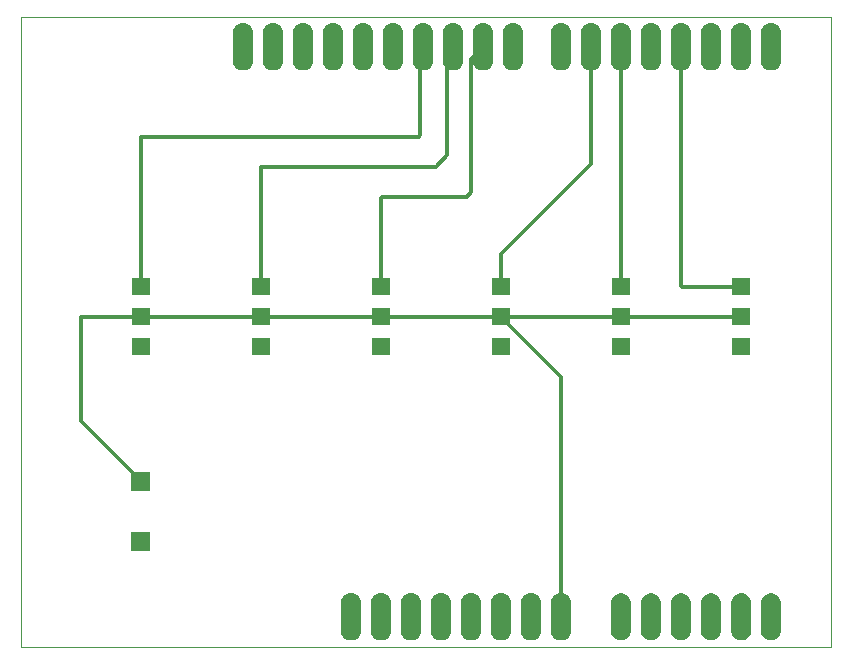
<source format=gtl>
G75*
G71*
%OFA0B0*%
%FSLAX23Y23*%
%IPPOS*%
%LPD*%
%ADD10C,0.1*%
%ADD11C,0.305*%
%LPD*%D10*
X0Y0D02*
X0Y100D01*
X0Y200D01*
X0Y300D01*
X0Y400D01*
X0Y499D01*
X0Y599D01*
X0Y699D01*
X0Y799D01*
X0Y899D01*
X0Y999D01*
X0Y1099D01*
X0Y1199D01*
X0Y1299D01*
X0Y1398D01*
X0Y1498D01*
X0Y1598D01*
X0Y1698D01*
X0Y1798D01*
X0Y1898D01*
X0Y1998D01*
X0Y2098D01*
X0Y2198D01*
X0Y2297D01*
X0Y2397D01*
X0Y2497D01*
X0Y2597D01*
X0Y2697D01*
X0Y2797D01*
X0Y2897D01*
X0Y2997D01*
X0Y3097D01*
X0Y3196D01*
X0Y3296D01*
X0Y3396D01*
X0Y3496D01*
X0Y3596D01*
X0Y3696D01*
X0Y3796D01*
X0Y3896D01*
X0Y3995D01*
X0Y4095D01*
X0Y4195D01*
X0Y4295D01*
X0Y4395D01*
X0Y4495D01*
X0Y4595D01*
X0Y4695D01*
X0Y4795D01*
X0Y4894D01*
X0Y4994D01*
X0Y5094D01*
X0Y5194D01*
X0Y5294D01*
X0Y5394D01*
X0Y5494D01*
X0Y5594D01*
X0Y5694D01*
X0Y5793D01*
X0Y5893D01*
X0Y5993D01*
X0Y6093D01*
X0Y6193D01*
X0Y6293D01*
X0Y6393D01*
X0Y6493D01*
X0Y6593D01*
X0Y6692D01*
X0Y6792D01*
X0Y6892D01*
X0Y6992D01*
X0Y7092D01*
X0Y7192D01*
X0Y7292D01*
X0Y7392D01*
X0Y7492D01*
X0Y7591D01*
X0Y7691D01*
X0Y7791D01*
X0Y7891D01*
X0Y7991D01*
X0Y8091D01*
X0Y8191D01*
X0Y8291D01*
X0Y8391D01*
X0Y8490D01*
X0Y8590D01*
X0Y8690D01*
X0Y8790D01*
X0Y8890D01*
X0Y8990D01*
X0Y9090D01*
X0Y9190D01*
X0Y9290D01*
X0Y9389D01*
X0Y9489D01*
X0Y9589D01*
X0Y9689D01*
X0Y9789D01*
X0Y9889D01*
X0Y9989D01*
X0Y10089D01*
X0Y10188D01*
X0Y10288D01*
X0Y10388D01*
X0Y10488D01*
X0Y10588D01*
X0Y10688D01*
X0Y10788D01*
X0Y10888D01*
X0Y10988D01*
X0Y11087D01*
X0Y11187D01*
X0Y11287D01*
X0Y11387D01*
X0Y11487D01*
X0Y11587D01*
X0Y11687D01*
X0Y11787D01*
X0Y11887D01*
X0Y11986D01*
X0Y12086D01*
X0Y12186D01*
X0Y12286D01*
X0Y12386D01*
X0Y12486D01*
X0Y12586D01*
X0Y12686D01*
X0Y12786D01*
X0Y12885D01*
X0Y12985D01*
X0Y13085D01*
X0Y13185D01*
X0Y13285D01*
X0Y13385D01*
X0Y13485D01*
X0Y13585D01*
X0Y13685D01*
X0Y13784D01*
X0Y13884D01*
X0Y13984D01*
X0Y14084D01*
X0Y14184D01*
X0Y14284D01*
X0Y14384D01*
X0Y14484D01*
X0Y14584D01*
X0Y14683D01*
X0Y14783D01*
X0Y14883D01*
X0Y14983D01*
X0Y15083D01*
X0Y15183D01*
X0Y15283D01*
X0Y15383D01*
X0Y15483D01*
X0Y15582D01*
X0Y15682D01*
X0Y15782D01*
X0Y15882D01*
X0Y15982D01*
X0Y16082D01*
X0Y16182D01*
X0Y16282D01*
X0Y16381D01*
X0Y16481D01*
X0Y16581D01*
X0Y16681D01*
X0Y16781D01*
X0Y16881D01*
X0Y16981D01*
X0Y17081D01*
X0Y17181D01*
X0Y17280D01*
X0Y17380D01*
X0Y17480D01*
X0Y17580D01*
X0Y17680D01*
X0Y17780D01*
X0Y17880D01*
X0Y17980D01*
X0Y18080D01*
X0Y18179D01*
X0Y18279D01*
X0Y18379D01*
X0Y18479D01*
X0Y18579D01*
X0Y18679D01*
X0Y18779D01*
X0Y18879D01*
X0Y18979D01*
X0Y19078D01*
X0Y19178D01*
X0Y19278D01*
X0Y19378D01*
X0Y19478D01*
X0Y19578D01*
X0Y19678D01*
X0Y19778D01*
X0Y19878D01*
X0Y19977D01*
X0Y20077D01*
X0Y20177D01*
X0Y20277D01*
X0Y20377D01*
X0Y20477D01*
X0Y20577D01*
X0Y20677D01*
X0Y20777D01*
X0Y20876D01*
X0Y20976D01*
X0Y21076D01*
X0Y21176D01*
X0Y21276D01*
X0Y21376D01*
X0Y21476D01*
X0Y21576D01*
X0Y21676D01*
X0Y21775D01*
X0Y21875D01*
X0Y21975D01*
X0Y22075D01*
X0Y22175D01*
X0Y22275D01*
X0Y22375D01*
X0Y22475D01*
X0Y22575D01*
X0Y22674D01*
X0Y22774D01*
X0Y22874D01*
X0Y22974D01*
X0Y23074D01*
X0Y23174D01*
X0Y23274D01*
X0Y23374D01*
X0Y23473D01*
X0Y23573D01*
X0Y23673D01*
X0Y23773D01*
X0Y23873D01*
X0Y23973D01*
X0Y24073D01*
X0Y24173D01*
X0Y24273D01*
X0Y24372D01*
X0Y24472D01*
X0Y24572D01*
X0Y24672D01*
X0Y24772D01*
X0Y24872D01*
X0Y24972D01*
X0Y25072D01*
X0Y25172D01*
X0Y25271D01*
X0Y25371D01*
X0Y25471D01*
X0Y25571D01*
X0Y25671D01*
X0Y25771D01*
X0Y25871D01*
X0Y25971D01*
X0Y26071D01*
X0Y26170D01*
X0Y26270D01*
X0Y26370D01*
X0Y26470D01*
X0Y26570D01*
X0Y26670D01*
X0Y26770D01*
X0Y26870D01*
X0Y26970D01*
X0Y27069D01*
X0Y27169D01*
X0Y27269D01*
X0Y27369D01*
X0Y27469D01*
X0Y27569D01*
X0Y27669D01*
X0Y27769D01*
X0Y27869D01*
X0Y27968D01*
X0Y28068D01*
X0Y28168D01*
X0Y28268D01*
X0Y28368D01*
X0Y28468D01*
X0Y28568D01*
X0Y28668D01*
X0Y28768D01*
X0Y28867D01*
X0Y28967D01*
X0Y29067D01*
X0Y29167D01*
X0Y29267D01*
X0Y29367D01*
X0Y29467D01*
X0Y29567D01*
X0Y29667D01*
X0Y29766D01*
X0Y29866D01*
X0Y29966D01*
X0Y30066D01*
X0Y30166D01*
X0Y30266D01*
X0Y30366D01*
X0Y30466D01*
X0Y30565D01*
X0Y30665D01*
X0Y30765D01*
X0Y30865D01*
X0Y30965D01*
X0Y31065D01*
X0Y31165D01*
X0Y31265D01*
X0Y31365D01*
X0Y31464D01*
X0Y31564D01*
X0Y31664D01*
X0Y31764D01*
X0Y31864D01*
X0Y31964D01*
X0Y32064D01*
X0Y32164D01*
X0Y32264D01*
X0Y32363D01*
X0Y32463D01*
X0Y32563D01*
X0Y32663D01*
X0Y32763D01*
X0Y32863D01*
X0Y32963D01*
X0Y33063D01*
X0Y33163D01*
X0Y33262D01*
X0Y33362D01*
X0Y33462D01*
X0Y33562D01*
X0Y33662D01*
X0Y33762D01*
X0Y33862D01*
X0Y33962D01*
X0Y34062D01*
X0Y34161D01*
X0Y34261D01*
X0Y34361D01*
X0Y34461D01*
X0Y34561D01*
X0Y34661D01*
X0Y34761D01*
X0Y34861D01*
X0Y34961D01*
X0Y35060D01*
X0Y35160D01*
X0Y35260D01*
X0Y35360D01*
X0Y35460D01*
X0Y35560D01*
X0Y35660D01*
X0Y35760D01*
X0Y35860D01*
X0Y35959D01*
X0Y36059D01*
X0Y36159D01*
X0Y36259D01*
X0Y36359D01*
X0Y36459D01*
X0Y36559D01*
X0Y36659D01*
X0Y36759D01*
X0Y36858D01*
X0Y36958D01*
X0Y37058D01*
X0Y37158D01*
X0Y37258D01*
X0Y37358D01*
X0Y37458D01*
X0Y37558D01*
X0Y37658D01*
X0Y37757D01*
X0Y37857D01*
X0Y37957D01*
X0Y38057D01*
X0Y38157D01*
X0Y38257D01*
X0Y38357D01*
X0Y38457D01*
X0Y38556D01*
X0Y38656D01*
X0Y38756D01*
X0Y38856D01*
X0Y38956D01*
X0Y39056D01*
X0Y39156D01*
X0Y39256D01*
X0Y39356D01*
X0Y39455D01*
X0Y39555D01*
X0Y39655D01*
X0Y39755D01*
X0Y39855D01*
X0Y39955D01*
X0Y40055D01*
X0Y40155D01*
X0Y40255D01*
X0Y40354D01*
X0Y40454D01*
X0Y40554D01*
X0Y40654D01*
X0Y40754D01*
X0Y40854D01*
X0Y40954D01*
X0Y41054D01*
X0Y41154D01*
X0Y41253D01*
X0Y41353D01*
X0Y41453D01*
X0Y41553D01*
X0Y41653D01*
X0Y41753D01*
X0Y41853D01*
X0Y41953D01*
X0Y42053D01*
X0Y42152D01*
X0Y42252D01*
X0Y42352D01*
X0Y42452D01*
X0Y42552D01*
X0Y42652D01*
X0Y42752D01*
X0Y42852D01*
X0Y42952D01*
X0Y43051D01*
X0Y43151D01*
X0Y43251D01*
X0Y43351D01*
X0Y43451D01*
X0Y43551D01*
X0Y43651D01*
X0Y43751D01*
X0Y43851D01*
X0Y43950D01*
X0Y44050D01*
X0Y44150D01*
X0Y44250D01*
X0Y44350D01*
X0Y44450D01*
X0Y44550D01*
X0Y44650D01*
X0Y44750D01*
X0Y44849D01*
X0Y44949D01*
X0Y45049D01*
X0Y45149D01*
X0Y45249D01*
X0Y45349D01*
X0Y45449D01*
X0Y45549D01*
X0Y45649D01*
X0Y45748D01*
X0Y45848D01*
X0Y45948D01*
X0Y46048D01*
X0Y46148D01*
X0Y46248D01*
X0Y46348D01*
X0Y46448D01*
X0Y46548D01*
X0Y46647D01*
X0Y46747D01*
X0Y46847D01*
X0Y46947D01*
X0Y47047D01*
X0Y47147D01*
X0Y47247D01*
X0Y47347D01*
X0Y47447D01*
X0Y47546D01*
X0Y47646D01*
X0Y47746D01*
X0Y47846D01*
X0Y47946D01*
X0Y48046D01*
X0Y48146D01*
X0Y48246D01*
X0Y48346D01*
X0Y48445D01*
X0Y48545D01*
X0Y48645D01*
X0Y48745D01*
X0Y48845D01*
X0Y48945D01*
X0Y49045D01*
X0Y49145D01*
X0Y49244D01*
X0Y49344D01*
X0Y49444D01*
X0Y49544D01*
X0Y49644D01*
X0Y49744D01*
X0Y49844D01*
X0Y49944D01*
X0Y50044D01*
X0Y50143D01*
X0Y50243D01*
X0Y50343D01*
X0Y50443D01*
X0Y50543D01*
X0Y50643D01*
X0Y50743D01*
X0Y50843D01*
X0Y50943D01*
X0Y51043D01*
X0Y51142D01*
X0Y51242D01*
X0Y51342D01*
X0Y51442D01*
X0Y51542D01*
X0Y51642D01*
X0Y51742D01*
X0Y51842D01*
X0Y51942D01*
X0Y52041D01*
X0Y52141D01*
X0Y52241D01*
X0Y52341D01*
X0Y52441D01*
X0Y52541D01*
X0Y52641D01*
X0Y52741D01*
X0Y52841D01*
X0Y52940D01*
X0Y53040D01*
X0Y53140D01*
X0Y53240D01*
X0Y53340D01*
X100Y53340D01*
X200Y53340D01*
X300Y53340D01*
X400Y53340D01*
X500Y53340D01*
X600Y53340D01*
X700Y53340D01*
X800Y53340D01*
X900Y53340D01*
X1000Y53340D01*
X1100Y53340D01*
X1200Y53340D01*
X1300Y53340D01*
X1400Y53340D01*
X1500Y53340D01*
X1600Y53340D01*
X1699Y53340D01*
X1799Y53340D01*
X1899Y53340D01*
X1999Y53340D01*
X2099Y53340D01*
X2199Y53340D01*
X2299Y53340D01*
X2399Y53340D01*
X2499Y53340D01*
X2599Y53340D01*
X2699Y53340D01*
X2799Y53340D01*
X2899Y53340D01*
X2999Y53340D01*
X3099Y53340D01*
X3199Y53340D01*
X3299Y53340D01*
X3399Y53340D01*
X3499Y53340D01*
X3599Y53340D01*
X3699Y53340D01*
X3799Y53340D01*
X3899Y53340D01*
X3999Y53340D01*
X4099Y53340D01*
X4199Y53340D01*
X4299Y53340D01*
X4399Y53340D01*
X4499Y53340D01*
X4599Y53340D01*
X4699Y53340D01*
X4799Y53340D01*
X4899Y53340D01*
X4999Y53340D01*
X5098Y53340D01*
X5198Y53340D01*
X5298Y53340D01*
X5398Y53340D01*
X5498Y53340D01*
X5598Y53340D01*
X5698Y53340D01*
X5798Y53340D01*
X5898Y53340D01*
X5998Y53340D01*
X6098Y53340D01*
X6198Y53340D01*
X6298Y53340D01*
X6398Y53340D01*
X6498Y53340D01*
X6598Y53340D01*
X6698Y53340D01*
X6798Y53340D01*
X6898Y53340D01*
X6998Y53340D01*
X7098Y53340D01*
X7198Y53340D01*
X7298Y53340D01*
X7398Y53340D01*
X7498Y53340D01*
X7598Y53340D01*
X7698Y53340D01*
X7798Y53340D01*
X7898Y53340D01*
X7998Y53340D01*
X8098Y53340D01*
X8198Y53340D01*
X8298Y53340D01*
X8398Y53340D01*
X8497Y53340D01*
X8597Y53340D01*
X8697Y53340D01*
X8797Y53340D01*
X8897Y53340D01*
X8997Y53340D01*
X9097Y53340D01*
X9197Y53340D01*
X9297Y53340D01*
X9397Y53340D01*
X9497Y53340D01*
X9597Y53340D01*
X9697Y53340D01*
X9797Y53340D01*
X9897Y53340D01*
X9997Y53340D01*
X10097Y53340D01*
X10197Y53340D01*
X10297Y53340D01*
X10397Y53340D01*
X10497Y53340D01*
X10597Y53340D01*
X10697Y53340D01*
X10797Y53340D01*
X10897Y53340D01*
X10997Y53340D01*
X11097Y53340D01*
X11197Y53340D01*
X11297Y53340D01*
X11397Y53340D01*
X11497Y53340D01*
X11597Y53340D01*
X11697Y53340D01*
X11797Y53340D01*
X11896Y53340D01*
X11996Y53340D01*
X12096Y53340D01*
X12196Y53340D01*
X12296Y53340D01*
X12396Y53340D01*
X12496Y53340D01*
X12596Y53340D01*
X12696Y53340D01*
X12796Y53340D01*
X12896Y53340D01*
X12996Y53340D01*
X13096Y53340D01*
X13196Y53340D01*
X13296Y53340D01*
X13396Y53340D01*
X13496Y53340D01*
X13596Y53340D01*
X13696Y53340D01*
X13796Y53340D01*
X13896Y53340D01*
X13996Y53340D01*
X14096Y53340D01*
X14196Y53340D01*
X14296Y53340D01*
X14396Y53340D01*
X14496Y53340D01*
X14596Y53340D01*
X14696Y53340D01*
X14796Y53340D01*
X14896Y53340D01*
X14996Y53340D01*
X15096Y53340D01*
X15195Y53340D01*
X15295Y53340D01*
X15395Y53340D01*
X15495Y53340D01*
X15595Y53340D01*
X15695Y53340D01*
X15795Y53340D01*
X15895Y53340D01*
X15995Y53340D01*
X16095Y53340D01*
X16195Y53340D01*
X16295Y53340D01*
X16395Y53340D01*
X16495Y53340D01*
X16595Y53340D01*
X16695Y53340D01*
X16795Y53340D01*
X16895Y53340D01*
X16995Y53340D01*
X17095Y53340D01*
X17195Y53340D01*
X17295Y53340D01*
X17395Y53340D01*
X17495Y53340D01*
X17595Y53340D01*
X17695Y53340D01*
X17795Y53340D01*
X17895Y53340D01*
X17995Y53340D01*
X18095Y53340D01*
X18195Y53340D01*
X18295Y53340D01*
X18395Y53340D01*
X18495Y53340D01*
X18594Y53340D01*
X18694Y53340D01*
X18794Y53340D01*
X18894Y53340D01*
X18994Y53340D01*
X19094Y53340D01*
X19194Y53340D01*
X19294Y53340D01*
X19394Y53340D01*
X19494Y53340D01*
X19594Y53340D01*
X19694Y53340D01*
X19794Y53340D01*
X19894Y53340D01*
X19994Y53340D01*
X20094Y53340D01*
X20194Y53340D01*
X20294Y53340D01*
X20394Y53340D01*
X20494Y53340D01*
X20594Y53340D01*
X20694Y53340D01*
X20794Y53340D01*
X20894Y53340D01*
X20994Y53340D01*
X21094Y53340D01*
X21194Y53340D01*
X21294Y53340D01*
X21394Y53340D01*
X21494Y53340D01*
X21594Y53340D01*
X21694Y53340D01*
X21794Y53340D01*
X21894Y53340D01*
X21993Y53340D01*
X22093Y53340D01*
X22193Y53340D01*
X22293Y53340D01*
X22393Y53340D01*
X22493Y53340D01*
X22593Y53340D01*
X22693Y53340D01*
X22793Y53340D01*
X22893Y53340D01*
X22993Y53340D01*
X23093Y53340D01*
X23193Y53340D01*
X23293Y53340D01*
X23393Y53340D01*
X23493Y53340D01*
X23593Y53340D01*
X23693Y53340D01*
X23793Y53340D01*
X23893Y53340D01*
X23993Y53340D01*
X24093Y53340D01*
X24193Y53340D01*
X24293Y53340D01*
X24393Y53340D01*
X24493Y53340D01*
X24593Y53340D01*
X24693Y53340D01*
X24793Y53340D01*
X24893Y53340D01*
X24993Y53340D01*
X25093Y53340D01*
X25193Y53340D01*
X25293Y53340D01*
X25392Y53340D01*
X25492Y53340D01*
X25592Y53340D01*
X25692Y53340D01*
X25792Y53340D01*
X25892Y53340D01*
X25992Y53340D01*
X26092Y53340D01*
X26192Y53340D01*
X26292Y53340D01*
X26392Y53340D01*
X26492Y53340D01*
X26592Y53340D01*
X26692Y53340D01*
X26792Y53340D01*
X26892Y53340D01*
X26992Y53340D01*
X27092Y53340D01*
X27192Y53340D01*
X27292Y53340D01*
X27392Y53340D01*
X27492Y53340D01*
X27592Y53340D01*
X27692Y53340D01*
X27792Y53340D01*
X27892Y53340D01*
X27992Y53340D01*
X28092Y53340D01*
X28192Y53340D01*
X28292Y53340D01*
X28392Y53340D01*
X28492Y53340D01*
X28592Y53340D01*
X28692Y53340D01*
X28791Y53340D01*
X28891Y53340D01*
X28991Y53340D01*
X29091Y53340D01*
X29191Y53340D01*
X29291Y53340D01*
X29391Y53340D01*
X29491Y53340D01*
X29591Y53340D01*
X29691Y53340D01*
X29791Y53340D01*
X29891Y53340D01*
X29991Y53340D01*
X30091Y53340D01*
X30191Y53340D01*
X30291Y53340D01*
X30391Y53340D01*
X30491Y53340D01*
X30591Y53340D01*
X30691Y53340D01*
X30791Y53340D01*
X30891Y53340D01*
X30991Y53340D01*
X31091Y53340D01*
X31191Y53340D01*
X31291Y53340D01*
X31391Y53340D01*
X31491Y53340D01*
X31591Y53340D01*
X31691Y53340D01*
X31791Y53340D01*
X31891Y53340D01*
X31991Y53340D01*
X32090Y53340D01*
X32190Y53340D01*
X32290Y53340D01*
X32390Y53340D01*
X32490Y53340D01*
X32590Y53340D01*
X32690Y53340D01*
X32790Y53340D01*
X32890Y53340D01*
X32990Y53340D01*
X33090Y53340D01*
X33190Y53340D01*
X33290Y53340D01*
X33390Y53340D01*
X33490Y53340D01*
X33590Y53340D01*
X33690Y53340D01*
X33790Y53340D01*
X33890Y53340D01*
X33990Y53340D01*
X34090Y53340D01*
X34190Y53340D01*
X34290Y53340D01*
X34390Y53340D01*
X34490Y53340D01*
X34590Y53340D01*
X34690Y53340D01*
X34790Y53340D01*
X34890Y53340D01*
X34990Y53340D01*
X35090Y53340D01*
X35190Y53340D01*
X35290Y53340D01*
X35390Y53340D01*
X35490Y53340D01*
X35589Y53340D01*
X35689Y53340D01*
X35789Y53340D01*
X35889Y53340D01*
X35989Y53340D01*
X36089Y53340D01*
X36189Y53340D01*
X36289Y53340D01*
X36389Y53340D01*
X36489Y53340D01*
X36589Y53340D01*
X36689Y53340D01*
X36789Y53340D01*
X36889Y53340D01*
X36989Y53340D01*
X37089Y53340D01*
X37189Y53340D01*
X37289Y53340D01*
X37389Y53340D01*
X37489Y53340D01*
X37589Y53340D01*
X37689Y53340D01*
X37789Y53340D01*
X37889Y53340D01*
X37989Y53340D01*
X38089Y53340D01*
X38189Y53340D01*
X38289Y53340D01*
X38389Y53340D01*
X38489Y53340D01*
X38589Y53340D01*
X38689Y53340D01*
X38789Y53340D01*
X38888Y53340D01*
X38988Y53340D01*
X39088Y53340D01*
X39188Y53340D01*
X39288Y53340D01*
X39388Y53340D01*
X39488Y53340D01*
X39588Y53340D01*
X39688Y53340D01*
X39788Y53340D01*
X39888Y53340D01*
X39988Y53340D01*
X40088Y53340D01*
X40188Y53340D01*
X40288Y53340D01*
X40388Y53340D01*
X40488Y53340D01*
X40588Y53340D01*
X40688Y53340D01*
X40788Y53340D01*
X40888Y53340D01*
X40988Y53340D01*
X41088Y53340D01*
X41188Y53340D01*
X41288Y53340D01*
X41388Y53340D01*
X41488Y53340D01*
X41588Y53340D01*
X41688Y53340D01*
X41788Y53340D01*
X41888Y53340D01*
X41988Y53340D01*
X42088Y53340D01*
X42188Y53340D01*
X42288Y53340D01*
X42387Y53340D01*
X42487Y53340D01*
X42587Y53340D01*
X42687Y53340D01*
X42787Y53340D01*
X42887Y53340D01*
X42987Y53340D01*
X43087Y53340D01*
X43187Y53340D01*
X43287Y53340D01*
X43387Y53340D01*
X43487Y53340D01*
X43587Y53340D01*
X43687Y53340D01*
X43787Y53340D01*
X43887Y53340D01*
X43987Y53340D01*
X44087Y53340D01*
X44187Y53340D01*
X44287Y53340D01*
X44387Y53340D01*
X44487Y53340D01*
X44587Y53340D01*
X44687Y53340D01*
X44787Y53340D01*
X44887Y53340D01*
X44987Y53340D01*
X45087Y53340D01*
X45187Y53340D01*
X45287Y53340D01*
X45387Y53340D01*
X45487Y53340D01*
X45587Y53340D01*
X45687Y53340D01*
X45786Y53340D01*
X45886Y53340D01*
X45986Y53340D01*
X46086Y53340D01*
X46186Y53340D01*
X46286Y53340D01*
X46386Y53340D01*
X46486Y53340D01*
X46586Y53340D01*
X46686Y53340D01*
X46786Y53340D01*
X46886Y53340D01*
X46986Y53340D01*
X47086Y53340D01*
X47186Y53340D01*
X47286Y53340D01*
X47386Y53340D01*
X47486Y53340D01*
X47586Y53340D01*
X47686Y53340D01*
X47786Y53340D01*
X47886Y53340D01*
X47986Y53340D01*
X48086Y53340D01*
X48186Y53340D01*
X48286Y53340D01*
X48386Y53340D01*
X48486Y53340D01*
X48586Y53340D01*
X48686Y53340D01*
X48786Y53340D01*
X48886Y53340D01*
X48986Y53340D01*
X49086Y53340D01*
X49185Y53340D01*
X49285Y53340D01*
X49385Y53340D01*
X49485Y53340D01*
X49585Y53340D01*
X49685Y53340D01*
X49785Y53340D01*
X49885Y53340D01*
X49985Y53340D01*
X50085Y53340D01*
X50185Y53340D01*
X50285Y53340D01*
X50385Y53340D01*
X50485Y53340D01*
X50585Y53340D01*
X50685Y53340D01*
X50785Y53340D01*
X50885Y53340D01*
X50985Y53340D01*
X51085Y53340D01*
X51185Y53340D01*
X51285Y53340D01*
X51385Y53340D01*
X51485Y53340D01*
X51585Y53340D01*
X51685Y53340D01*
X51785Y53340D01*
X51885Y53340D01*
X51985Y53340D01*
X52085Y53340D01*
X52185Y53340D01*
X52285Y53340D01*
X52385Y53340D01*
X52485Y53340D01*
X52584Y53340D01*
X52684Y53340D01*
X52784Y53340D01*
X52884Y53340D01*
X52984Y53340D01*
X53084Y53340D01*
X53184Y53340D01*
X53284Y53340D01*
X53384Y53340D01*
X53484Y53340D01*
X53584Y53340D01*
X53684Y53340D01*
X53784Y53340D01*
X53884Y53340D01*
X53984Y53340D01*
X54084Y53340D01*
X54184Y53340D01*
X54284Y53340D01*
X54384Y53340D01*
X54484Y53340D01*
X54584Y53340D01*
X54684Y53340D01*
X54784Y53340D01*
X54884Y53340D01*
X54984Y53340D01*
X55084Y53340D01*
X55184Y53340D01*
X55284Y53340D01*
X55384Y53340D01*
X55484Y53340D01*
X55584Y53340D01*
X55684Y53340D01*
X55784Y53340D01*
X55884Y53340D01*
X55983Y53340D01*
X56083Y53340D01*
X56183Y53340D01*
X56283Y53340D01*
X56383Y53340D01*
X56483Y53340D01*
X56583Y53340D01*
X56683Y53340D01*
X56783Y53340D01*
X56883Y53340D01*
X56983Y53340D01*
X57083Y53340D01*
X57183Y53340D01*
X57283Y53340D01*
X57383Y53340D01*
X57483Y53340D01*
X57583Y53340D01*
X57683Y53340D01*
X57783Y53340D01*
X57883Y53340D01*
X57983Y53340D01*
X58083Y53340D01*
X58183Y53340D01*
X58283Y53340D01*
X58383Y53340D01*
X58483Y53340D01*
X58583Y53340D01*
X58683Y53340D01*
X58783Y53340D01*
X58883Y53340D01*
X58983Y53340D01*
X59083Y53340D01*
X59183Y53340D01*
X59283Y53340D01*
X59383Y53340D01*
X59482Y53340D01*
X59582Y53340D01*
X59682Y53340D01*
X59782Y53340D01*
X59882Y53340D01*
X59982Y53340D01*
X60082Y53340D01*
X60182Y53340D01*
X60282Y53340D01*
X60382Y53340D01*
X60482Y53340D01*
X60582Y53340D01*
X60682Y53340D01*
X60782Y53340D01*
X60882Y53340D01*
X60982Y53340D01*
X61082Y53340D01*
X61182Y53340D01*
X61282Y53340D01*
X61382Y53340D01*
X61482Y53340D01*
X61582Y53340D01*
X61682Y53340D01*
X61782Y53340D01*
X61882Y53340D01*
X61982Y53340D01*
X62082Y53340D01*
X62182Y53340D01*
X62282Y53340D01*
X62382Y53340D01*
X62482Y53340D01*
X62582Y53340D01*
X62682Y53340D01*
X62782Y53340D01*
X62882Y53340D01*
X62981Y53340D01*
X63081Y53340D01*
X63181Y53340D01*
X63281Y53340D01*
X63381Y53340D01*
X63481Y53340D01*
X63581Y53340D01*
X63681Y53340D01*
X63781Y53340D01*
X63881Y53340D01*
X63981Y53340D01*
X64081Y53340D01*
X64181Y53340D01*
X64281Y53340D01*
X64381Y53340D01*
X64481Y53340D01*
X64581Y53340D01*
X64681Y53340D01*
X64781Y53340D01*
X64881Y53340D01*
X64981Y53340D01*
X65081Y53340D01*
X65181Y53340D01*
X65281Y53340D01*
X65381Y53340D01*
X65481Y53340D01*
X65581Y53340D01*
X65681Y53340D01*
X65781Y53340D01*
X65881Y53340D01*
X65981Y53340D01*
X66081Y53340D01*
X66181Y53340D01*
X66281Y53340D01*
X66381Y53340D01*
X66481Y53340D01*
X66580Y53340D01*
X66680Y53340D01*
X66780Y53340D01*
X66880Y53340D01*
X66980Y53340D01*
X67080Y53340D01*
X67180Y53340D01*
X67280Y53340D01*
X67380Y53340D01*
X67480Y53340D01*
X67580Y53340D01*
X67680Y53340D01*
X67780Y53340D01*
X67880Y53340D01*
X67980Y53340D01*
X68080Y53340D01*
X68180Y53340D01*
X68280Y53340D01*
X68380Y53340D01*
X68480Y53340D01*
X68580Y53340D01*
X68580Y53240D01*
X68580Y53140D01*
X68580Y53040D01*
X68580Y52940D01*
X68580Y52841D01*
X68580Y52741D01*
X68580Y52641D01*
X68580Y52541D01*
X68580Y52441D01*
X68580Y52341D01*
X68580Y52241D01*
X68580Y52141D01*
X68580Y52041D01*
X68580Y51942D01*
X68580Y51842D01*
X68580Y51742D01*
X68580Y51642D01*
X68580Y51542D01*
X68580Y51442D01*
X68580Y51342D01*
X68580Y51242D01*
X68580Y51142D01*
X68580Y51043D01*
X68580Y50943D01*
X68580Y50843D01*
X68580Y50743D01*
X68580Y50643D01*
X68580Y50543D01*
X68580Y50443D01*
X68580Y50343D01*
X68580Y50243D01*
X68580Y50144D01*
X68580Y50044D01*
X68580Y49944D01*
X68580Y49844D01*
X68580Y49744D01*
X68580Y49644D01*
X68580Y49544D01*
X68580Y49444D01*
X68580Y49345D01*
X68580Y49245D01*
X68580Y49145D01*
X68580Y49045D01*
X68580Y48945D01*
X68580Y48845D01*
X68580Y48745D01*
X68580Y48645D01*
X68580Y48545D01*
X68580Y48446D01*
X68580Y48346D01*
X68580Y48246D01*
X68580Y48146D01*
X68580Y48046D01*
X68580Y47946D01*
X68580Y47846D01*
X68580Y47746D01*
X68580Y47646D01*
X68580Y47547D01*
X68580Y47447D01*
X68580Y47347D01*
X68580Y47247D01*
X68580Y47147D01*
X68580Y47047D01*
X68580Y46947D01*
X68580Y46847D01*
X68580Y46747D01*
X68580Y46648D01*
X68580Y46548D01*
X68580Y46448D01*
X68580Y46348D01*
X68580Y46248D01*
X68580Y46148D01*
X68580Y46048D01*
X68580Y45948D01*
X68580Y45848D01*
X68580Y45749D01*
X68580Y45649D01*
X68580Y45549D01*
X68580Y45449D01*
X68580Y45349D01*
X68580Y45249D01*
X68580Y45149D01*
X68580Y45049D01*
X68580Y44949D01*
X68580Y44850D01*
X68580Y44750D01*
X68580Y44650D01*
X68580Y44550D01*
X68580Y44450D01*
X68580Y44350D01*
X68580Y44250D01*
X68580Y44150D01*
X68580Y44050D01*
X68580Y43951D01*
X68580Y43851D01*
X68580Y43751D01*
X68580Y43651D01*
X68580Y43551D01*
X68580Y43451D01*
X68580Y43351D01*
X68580Y43251D01*
X68580Y43152D01*
X68580Y43052D01*
X68580Y42952D01*
X68580Y42852D01*
X68580Y42752D01*
X68580Y42652D01*
X68580Y42552D01*
X68580Y42452D01*
X68580Y42352D01*
X68580Y42253D01*
X68580Y42153D01*
X68580Y42053D01*
X68580Y41953D01*
X68580Y41853D01*
X68580Y41753D01*
X68580Y41653D01*
X68580Y41553D01*
X68580Y41453D01*
X68580Y41354D01*
X68580Y41254D01*
X68580Y41154D01*
X68580Y41054D01*
X68580Y40954D01*
X68580Y40854D01*
X68580Y40754D01*
X68580Y40654D01*
X68580Y40554D01*
X68580Y40455D01*
X68580Y40355D01*
X68580Y40255D01*
X68580Y40155D01*
X68580Y40055D01*
X68580Y39955D01*
X68580Y39855D01*
X68580Y39755D01*
X68580Y39655D01*
X68580Y39556D01*
X68580Y39456D01*
X68580Y39356D01*
X68580Y39256D01*
X68580Y39156D01*
X68580Y39056D01*
X68580Y38956D01*
X68580Y38856D01*
X68580Y38756D01*
X68580Y38657D01*
X68580Y38557D01*
X68580Y38457D01*
X68580Y38357D01*
X68580Y38257D01*
X68580Y38157D01*
X68580Y38057D01*
X68580Y37957D01*
X68580Y37857D01*
X68580Y37758D01*
X68580Y37658D01*
X68580Y37558D01*
X68580Y37458D01*
X68580Y37358D01*
X68580Y37258D01*
X68580Y37158D01*
X68580Y37058D01*
X68580Y36959D01*
X68580Y36859D01*
X68580Y36759D01*
X68580Y36659D01*
X68580Y36559D01*
X68580Y36459D01*
X68580Y36359D01*
X68580Y36259D01*
X68580Y36159D01*
X68580Y36060D01*
X68580Y35960D01*
X68580Y35860D01*
X68580Y35760D01*
X68580Y35660D01*
X68580Y35560D01*
X68580Y35460D01*
X68580Y35360D01*
X68580Y35260D01*
X68580Y35161D01*
X68580Y35061D01*
X68580Y34961D01*
X68580Y34861D01*
X68580Y34761D01*
X68580Y34661D01*
X68580Y34561D01*
X68580Y34461D01*
X68580Y34361D01*
X68580Y34262D01*
X68580Y34162D01*
X68580Y34062D01*
X68580Y33962D01*
X68580Y33862D01*
X68580Y33762D01*
X68580Y33662D01*
X68580Y33562D01*
X68580Y33462D01*
X68580Y33363D01*
X68580Y33263D01*
X68580Y33163D01*
X68580Y33063D01*
X68580Y32963D01*
X68580Y32863D01*
X68580Y32763D01*
X68580Y32663D01*
X68580Y32563D01*
X68580Y32464D01*
X68580Y32364D01*
X68580Y32264D01*
X68580Y32164D01*
X68580Y32064D01*
X68580Y31964D01*
X68580Y31864D01*
X68580Y31764D01*
X68580Y31664D01*
X68580Y31565D01*
X68580Y31465D01*
X68580Y31365D01*
X68580Y31265D01*
X68580Y31165D01*
X68580Y31065D01*
X68580Y30965D01*
X68580Y30865D01*
X68580Y30765D01*
X68580Y30666D01*
X68580Y30566D01*
X68580Y30466D01*
X68580Y30366D01*
X68580Y30266D01*
X68580Y30166D01*
X68580Y30066D01*
X68580Y29966D01*
X68580Y29867D01*
X68580Y29767D01*
X68580Y29667D01*
X68580Y29567D01*
X68580Y29467D01*
X68580Y29367D01*
X68580Y29267D01*
X68580Y29167D01*
X68580Y29067D01*
X68580Y28968D01*
X68580Y28868D01*
X68580Y28768D01*
X68580Y28668D01*
X68580Y28568D01*
X68580Y28468D01*
X68580Y28368D01*
X68580Y28268D01*
X68580Y28168D01*
X68580Y28069D01*
X68580Y27969D01*
X68580Y27869D01*
X68580Y27769D01*
X68580Y27669D01*
X68580Y27569D01*
X68580Y27469D01*
X68580Y27369D01*
X68580Y27269D01*
X68580Y27170D01*
X68580Y27070D01*
X68580Y26970D01*
X68580Y26870D01*
X68580Y26770D01*
X68580Y26670D01*
X68580Y26570D01*
X68580Y26470D01*
X68580Y26370D01*
X68580Y26271D01*
X68580Y26171D01*
X68580Y26071D01*
X68580Y25971D01*
X68580Y25871D01*
X68580Y25771D01*
X68580Y25671D01*
X68580Y25571D01*
X68580Y25471D01*
X68580Y25372D01*
X68580Y25272D01*
X68580Y25172D01*
X68580Y25072D01*
X68580Y24972D01*
X68580Y24872D01*
X68580Y24772D01*
X68580Y24672D01*
X68580Y24572D01*
X68580Y24473D01*
X68580Y24373D01*
X68580Y24273D01*
X68580Y24173D01*
X68580Y24073D01*
X68580Y23973D01*
X68580Y23873D01*
X68580Y23773D01*
X68580Y23673D01*
X68580Y23574D01*
X68580Y23474D01*
X68580Y23374D01*
X68580Y23274D01*
X68580Y23174D01*
X68580Y23074D01*
X68580Y22974D01*
X68580Y22874D01*
X68580Y22775D01*
X68580Y22675D01*
X68580Y22575D01*
X68580Y22475D01*
X68580Y22375D01*
X68580Y22275D01*
X68580Y22175D01*
X68580Y22075D01*
X68580Y21975D01*
X68580Y21876D01*
X68580Y21776D01*
X68580Y21676D01*
X68580Y21576D01*
X68580Y21476D01*
X68580Y21376D01*
X68580Y21276D01*
X68580Y21176D01*
X68580Y21076D01*
X68580Y20977D01*
X68580Y20877D01*
X68580Y20777D01*
X68580Y20677D01*
X68580Y20577D01*
X68580Y20477D01*
X68580Y20377D01*
X68580Y20277D01*
X68580Y20177D01*
X68580Y20078D01*
X68580Y19978D01*
X68580Y19878D01*
X68580Y19778D01*
X68580Y19678D01*
X68580Y19578D01*
X68580Y19478D01*
X68580Y19378D01*
X68580Y19278D01*
X68580Y19179D01*
X68580Y19079D01*
X68580Y18979D01*
X68580Y18879D01*
X68580Y18779D01*
X68580Y18679D01*
X68580Y18579D01*
X68580Y18479D01*
X68580Y18379D01*
X68580Y18280D01*
X68580Y18180D01*
X68580Y18080D01*
X68580Y17980D01*
X68580Y17880D01*
X68580Y17780D01*
X68580Y17680D01*
X68580Y17580D01*
X68580Y17480D01*
X68580Y17381D01*
X68580Y17281D01*
X68580Y17181D01*
X68580Y17081D01*
X68580Y16981D01*
X68580Y16881D01*
X68580Y16781D01*
X68580Y16681D01*
X68580Y16581D01*
X68580Y16482D01*
X68580Y16382D01*
X68580Y16282D01*
X68580Y16182D01*
X68580Y16082D01*
X68580Y15982D01*
X68580Y15882D01*
X68580Y15782D01*
X68580Y15682D01*
X68580Y15583D01*
X68580Y15483D01*
X68580Y15383D01*
X68580Y15283D01*
X68580Y15183D01*
X68580Y15083D01*
X68580Y14983D01*
X68580Y14883D01*
X68580Y14784D01*
X68580Y14684D01*
X68580Y14584D01*
X68580Y14484D01*
X68580Y14384D01*
X68580Y14284D01*
X68580Y14184D01*
X68580Y14084D01*
X68580Y13984D01*
X68580Y13885D01*
X68580Y13785D01*
X68580Y13685D01*
X68580Y13585D01*
X68580Y13485D01*
X68580Y13385D01*
X68580Y13285D01*
X68580Y13185D01*
X68580Y13085D01*
X68580Y12986D01*
X68580Y12886D01*
X68580Y12786D01*
X68580Y12686D01*
X68580Y12586D01*
X68580Y12486D01*
X68580Y12386D01*
X68580Y12286D01*
X68580Y12186D01*
X68580Y12087D01*
X68580Y11987D01*
X68580Y11887D01*
X68580Y11787D01*
X68580Y11687D01*
X68580Y11587D01*
X68580Y11487D01*
X68580Y11387D01*
X68580Y11287D01*
X68580Y11188D01*
X68580Y11088D01*
X68580Y10988D01*
X68580Y10888D01*
X68580Y10788D01*
X68580Y10688D01*
X68580Y10588D01*
X68580Y10488D01*
X68580Y10388D01*
X68580Y10289D01*
X68580Y10189D01*
X68580Y10089D01*
X68580Y9989D01*
X68580Y9889D01*
X68580Y9789D01*
X68580Y9689D01*
X68580Y9589D01*
X68580Y9489D01*
X68580Y9390D01*
X68580Y9290D01*
X68580Y9190D01*
X68580Y9090D01*
X68580Y8990D01*
X68580Y8890D01*
X68580Y8790D01*
X68580Y8690D01*
X68580Y8590D01*
X68580Y8491D01*
X68580Y8391D01*
X68580Y8291D01*
X68580Y8191D01*
X68580Y8091D01*
X68580Y7991D01*
X68580Y7891D01*
X68580Y7791D01*
X68580Y7691D01*
X68580Y7592D01*
X68580Y7492D01*
X68580Y7392D01*
X68580Y7292D01*
X68580Y7192D01*
X68580Y7092D01*
X68580Y6992D01*
X68580Y6892D01*
X68580Y6792D01*
X68580Y6693D01*
X68580Y6593D01*
X68580Y6493D01*
X68580Y6393D01*
X68580Y6293D01*
X68580Y6193D01*
X68580Y6093D01*
X68580Y5993D01*
X68580Y5893D01*
X68580Y5794D01*
X68580Y5694D01*
X68580Y5594D01*
X68580Y5494D01*
X68580Y5394D01*
X68580Y5294D01*
X68580Y5194D01*
X68580Y5094D01*
X68580Y4994D01*
X68580Y4895D01*
X68580Y4795D01*
X68580Y4695D01*
X68580Y4595D01*
X68580Y4495D01*
X68580Y4395D01*
X68580Y4295D01*
X68580Y4195D01*
X68580Y4096D01*
X68580Y3996D01*
X68580Y3896D01*
X68580Y3796D01*
X68580Y3696D01*
X68580Y3596D01*
X68580Y3496D01*
X68580Y3396D01*
X68580Y3296D01*
X68580Y3197D01*
X68580Y3097D01*
X68580Y2997D01*
X68580Y2897D01*
X68580Y2797D01*
X68580Y2697D01*
X68580Y2597D01*
X68580Y2497D01*
X68580Y2397D01*
X68580Y2297D01*
X68580Y2198D01*
X68580Y2098D01*
X68580Y1998D01*
X68580Y1898D01*
X68580Y1798D01*
X68580Y1698D01*
X68580Y1598D01*
X68580Y1498D01*
X68580Y1398D01*
X68580Y1299D01*
X68580Y1199D01*
X68580Y1099D01*
X68580Y999D01*
X68580Y899D01*
X68580Y799D01*
X68580Y699D01*
X68580Y599D01*
X68580Y499D01*
X68580Y400D01*
X68580Y300D01*
X68580Y200D01*
X68580Y100D01*
X68580Y0D01*
X68480Y0D01*
X68380Y0D01*
X68280Y0D01*
X68180Y0D01*
X68080Y0D01*
X67980Y0D01*
X67880Y0D01*
X67780Y0D01*
X67680Y0D01*
X67580Y0D01*
X67480Y0D01*
X67380Y0D01*
X67280Y0D01*
X67180Y0D01*
X67080Y0D01*
X66980Y0D01*
X66881Y0D01*
X66781Y0D01*
X66681Y0D01*
X66581Y0D01*
X66481Y0D01*
X66381Y0D01*
X66281Y0D01*
X66181Y0D01*
X66081Y0D01*
X65981Y0D01*
X65881Y0D01*
X65781Y0D01*
X65681Y0D01*
X65581Y0D01*
X65481Y0D01*
X65381Y0D01*
X65281Y0D01*
X65181Y0D01*
X65081Y0D01*
X64981Y0D01*
X64881Y0D01*
X64781Y0D01*
X64681Y0D01*
X64581Y0D01*
X64481Y0D01*
X64381Y0D01*
X64281Y0D01*
X64181Y0D01*
X64081Y0D01*
X63981Y0D01*
X63881Y0D01*
X63781Y0D01*
X63681Y0D01*
X63581Y0D01*
X63482Y0D01*
X63382Y0D01*
X63282Y0D01*
X63182Y0D01*
X63082Y0D01*
X62982Y0D01*
X62882Y0D01*
X62782Y0D01*
X62682Y0D01*
X62582Y0D01*
X62482Y0D01*
X62382Y0D01*
X62282Y0D01*
X62182Y0D01*
X62082Y0D01*
X61982Y0D01*
X61882Y0D01*
X61782Y0D01*
X61682Y0D01*
X61582Y0D01*
X61482Y0D01*
X61382Y0D01*
X61282Y0D01*
X61182Y0D01*
X61082Y0D01*
X60982Y0D01*
X60882Y0D01*
X60782Y0D01*
X60682Y0D01*
X60582Y0D01*
X60482Y0D01*
X60382Y0D01*
X60282Y0D01*
X60182Y0D01*
X60083Y0D01*
X59983Y0D01*
X59883Y0D01*
X59783Y0D01*
X59683Y0D01*
X59583Y0D01*
X59483Y0D01*
X59383Y0D01*
X59283Y0D01*
X59183Y0D01*
X59083Y0D01*
X58983Y0D01*
X58883Y0D01*
X58783Y0D01*
X58683Y0D01*
X58583Y0D01*
X58483Y0D01*
X58383Y0D01*
X58283Y0D01*
X58183Y0D01*
X58083Y0D01*
X57983Y0D01*
X57883Y0D01*
X57783Y0D01*
X57683Y0D01*
X57583Y0D01*
X57483Y0D01*
X57383Y0D01*
X57283Y0D01*
X57183Y0D01*
X57083Y0D01*
X56983Y0D01*
X56883Y0D01*
X56783Y0D01*
X56684Y0D01*
X56584Y0D01*
X56484Y0D01*
X56384Y0D01*
X56284Y0D01*
X56184Y0D01*
X56084Y0D01*
X55984Y0D01*
X55884Y0D01*
X55784Y0D01*
X55684Y0D01*
X55584Y0D01*
X55484Y0D01*
X55384Y0D01*
X55284Y0D01*
X55184Y0D01*
X55084Y0D01*
X54984Y0D01*
X54884Y0D01*
X54784Y0D01*
X54684Y0D01*
X54584Y0D01*
X54484Y0D01*
X54384Y0D01*
X54284Y0D01*
X54184Y0D01*
X54084Y0D01*
X53984Y0D01*
X53884Y0D01*
X53784Y0D01*
X53684Y0D01*
X53584Y0D01*
X53484Y0D01*
X53385Y0D01*
X53285Y0D01*
X53185Y0D01*
X53085Y0D01*
X52985Y0D01*
X52885Y0D01*
X52785Y0D01*
X52685Y0D01*
X52585Y0D01*
X52485Y0D01*
X52385Y0D01*
X52285Y0D01*
X52185Y0D01*
X52085Y0D01*
X51985Y0D01*
X51885Y0D01*
X51785Y0D01*
X51685Y0D01*
X51585Y0D01*
X51485Y0D01*
X51385Y0D01*
X51285Y0D01*
X51185Y0D01*
X51085Y0D01*
X50985Y0D01*
X50885Y0D01*
X50785Y0D01*
X50685Y0D01*
X50585Y0D01*
X50485Y0D01*
X50385Y0D01*
X50285Y0D01*
X50185Y0D01*
X50085Y0D01*
X49986Y0D01*
X49886Y0D01*
X49786Y0D01*
X49686Y0D01*
X49586Y0D01*
X49486Y0D01*
X49386Y0D01*
X49286Y0D01*
X49186Y0D01*
X49086Y0D01*
X48986Y0D01*
X48886Y0D01*
X48786Y0D01*
X48686Y0D01*
X48586Y0D01*
X48486Y0D01*
X48386Y0D01*
X48286Y0D01*
X48186Y0D01*
X48086Y0D01*
X47986Y0D01*
X47886Y0D01*
X47786Y0D01*
X47686Y0D01*
X47586Y0D01*
X47486Y0D01*
X47386Y0D01*
X47286Y0D01*
X47186Y0D01*
X47086Y0D01*
X46986Y0D01*
X46886Y0D01*
X46786Y0D01*
X46686Y0D01*
X46587Y0D01*
X46487Y0D01*
X46387Y0D01*
X46287Y0D01*
X46187Y0D01*
X46087Y0D01*
X45987Y0D01*
X45887Y0D01*
X45787Y0D01*
X45687Y0D01*
X45587Y0D01*
X45487Y0D01*
X45387Y0D01*
X45287Y0D01*
X45187Y0D01*
X45087Y0D01*
X44987Y0D01*
X44887Y0D01*
X44787Y0D01*
X44687Y0D01*
X44587Y0D01*
X44487Y0D01*
X44387Y0D01*
X44287Y0D01*
X44187Y0D01*
X44087Y0D01*
X43987Y0D01*
X43887Y0D01*
X43787Y0D01*
X43687Y0D01*
X43587Y0D01*
X43487Y0D01*
X43387Y0D01*
X43287Y0D01*
X43188Y0D01*
X43088Y0D01*
X42988Y0D01*
X42888Y0D01*
X42788Y0D01*
X42688Y0D01*
X42588Y0D01*
X42488Y0D01*
X42388Y0D01*
X42288Y0D01*
X42188Y0D01*
X42088Y0D01*
X41988Y0D01*
X41888Y0D01*
X41788Y0D01*
X41688Y0D01*
X41588Y0D01*
X41488Y0D01*
X41388Y0D01*
X41288Y0D01*
X41188Y0D01*
X41088Y0D01*
X40988Y0D01*
X40888Y0D01*
X40788Y0D01*
X40688Y0D01*
X40588Y0D01*
X40488Y0D01*
X40388Y0D01*
X40288Y0D01*
X40188Y0D01*
X40088Y0D01*
X39988Y0D01*
X39888Y0D01*
X39789Y0D01*
X39689Y0D01*
X39589Y0D01*
X39489Y0D01*
X39389Y0D01*
X39289Y0D01*
X39189Y0D01*
X39089Y0D01*
X38989Y0D01*
X38889Y0D01*
X38789Y0D01*
X38689Y0D01*
X38589Y0D01*
X38489Y0D01*
X38389Y0D01*
X38289Y0D01*
X38189Y0D01*
X38089Y0D01*
X37989Y0D01*
X37889Y0D01*
X37789Y0D01*
X37689Y0D01*
X37589Y0D01*
X37489Y0D01*
X37389Y0D01*
X37289Y0D01*
X37189Y0D01*
X37089Y0D01*
X36989Y0D01*
X36889Y0D01*
X36789Y0D01*
X36689Y0D01*
X36589Y0D01*
X36490Y0D01*
X36390Y0D01*
X36290Y0D01*
X36190Y0D01*
X36090Y0D01*
X35990Y0D01*
X35890Y0D01*
X35790Y0D01*
X35690Y0D01*
X35590Y0D01*
X35490Y0D01*
X35390Y0D01*
X35290Y0D01*
X35190Y0D01*
X35090Y0D01*
X34990Y0D01*
X34890Y0D01*
X34790Y0D01*
X34690Y0D01*
X34590Y0D01*
X34490Y0D01*
X34390Y0D01*
X34290Y0D01*
X34190Y0D01*
X34090Y0D01*
X33990Y0D01*
X33890Y0D01*
X33790Y0D01*
X33690Y0D01*
X33590Y0D01*
X33490Y0D01*
X33390Y0D01*
X33290Y0D01*
X33190Y0D01*
X33090Y0D01*
X32991Y0D01*
X32891Y0D01*
X32791Y0D01*
X32691Y0D01*
X32591Y0D01*
X32491Y0D01*
X32391Y0D01*
X32291Y0D01*
X32191Y0D01*
X32091Y0D01*
X31991Y0D01*
X31891Y0D01*
X31791Y0D01*
X31691Y0D01*
X31591Y0D01*
X31491Y0D01*
X31391Y0D01*
X31291Y0D01*
X31191Y0D01*
X31091Y0D01*
X30991Y0D01*
X30891Y0D01*
X30791Y0D01*
X30691Y0D01*
X30591Y0D01*
X30491Y0D01*
X30391Y0D01*
X30291Y0D01*
X30191Y0D01*
X30091Y0D01*
X29991Y0D01*
X29891Y0D01*
X29791Y0D01*
X29692Y0D01*
X29592Y0D01*
X29492Y0D01*
X29392Y0D01*
X29292Y0D01*
X29192Y0D01*
X29092Y0D01*
X28992Y0D01*
X28892Y0D01*
X28792Y0D01*
X28692Y0D01*
X28592Y0D01*
X28492Y0D01*
X28392Y0D01*
X28292Y0D01*
X28192Y0D01*
X28092Y0D01*
X27992Y0D01*
X27892Y0D01*
X27792Y0D01*
X27692Y0D01*
X27592Y0D01*
X27492Y0D01*
X27392Y0D01*
X27292Y0D01*
X27192Y0D01*
X27092Y0D01*
X26992Y0D01*
X26892Y0D01*
X26792Y0D01*
X26692Y0D01*
X26592Y0D01*
X26492Y0D01*
X26392Y0D01*
X26292Y0D01*
X26193Y0D01*
X26093Y0D01*
X25993Y0D01*
X25893Y0D01*
X25793Y0D01*
X25693Y0D01*
X25593Y0D01*
X25493Y0D01*
X25393Y0D01*
X25293Y0D01*
X25193Y0D01*
X25093Y0D01*
X24993Y0D01*
X24893Y0D01*
X24793Y0D01*
X24693Y0D01*
X24593Y0D01*
X24493Y0D01*
X24393Y0D01*
X24293Y0D01*
X24193Y0D01*
X24093Y0D01*
X23993Y0D01*
X23893Y0D01*
X23793Y0D01*
X23693Y0D01*
X23593Y0D01*
X23493Y0D01*
X23393Y0D01*
X23293Y0D01*
X23193Y0D01*
X23093Y0D01*
X22993Y0D01*
X22893Y0D01*
X22794Y0D01*
X22694Y0D01*
X22594Y0D01*
X22494Y0D01*
X22394Y0D01*
X22294Y0D01*
X22194Y0D01*
X22094Y0D01*
X21994Y0D01*
X21894Y0D01*
X21794Y0D01*
X21694Y0D01*
X21594Y0D01*
X21494Y0D01*
X21394Y0D01*
X21294Y0D01*
X21194Y0D01*
X21094Y0D01*
X20994Y0D01*
X20894Y0D01*
X20794Y0D01*
X20694Y0D01*
X20594Y0D01*
X20494Y0D01*
X20394Y0D01*
X20294Y0D01*
X20194Y0D01*
X20094Y0D01*
X19994Y0D01*
X19894Y0D01*
X19794Y0D01*
X19694Y0D01*
X19594Y0D01*
X19494Y0D01*
X19395Y0D01*
X19295Y0D01*
X19195Y0D01*
X19095Y0D01*
X18995Y0D01*
X18895Y0D01*
X18795Y0D01*
X18695Y0D01*
X18595Y0D01*
X18495Y0D01*
X18395Y0D01*
X18295Y0D01*
X18195Y0D01*
X18095Y0D01*
X17995Y0D01*
X17895Y0D01*
X17795Y0D01*
X17695Y0D01*
X17595Y0D01*
X17495Y0D01*
X17395Y0D01*
X17295Y0D01*
X17195Y0D01*
X17095Y0D01*
X16995Y0D01*
X16895Y0D01*
X16795Y0D01*
X16695Y0D01*
X16595Y0D01*
X16495Y0D01*
X16395Y0D01*
X16295Y0D01*
X16195Y0D01*
X16095Y0D01*
X15996Y0D01*
X15896Y0D01*
X15796Y0D01*
X15696Y0D01*
X15596Y0D01*
X15496Y0D01*
X15396Y0D01*
X15296Y0D01*
X15196Y0D01*
X15096Y0D01*
X14996Y0D01*
X14896Y0D01*
X14796Y0D01*
X14696Y0D01*
X14596Y0D01*
X14496Y0D01*
X14396Y0D01*
X14296Y0D01*
X14196Y0D01*
X14096Y0D01*
X13996Y0D01*
X13896Y0D01*
X13796Y0D01*
X13696Y0D01*
X13596Y0D01*
X13496Y0D01*
X13396Y0D01*
X13296Y0D01*
X13196Y0D01*
X13096Y0D01*
X12996Y0D01*
X12896Y0D01*
X12796Y0D01*
X12696Y0D01*
X12597Y0D01*
X12497Y0D01*
X12397Y0D01*
X12297Y0D01*
X12197Y0D01*
X12097Y0D01*
X11997Y0D01*
X11897Y0D01*
X11797Y0D01*
X11697Y0D01*
X11597Y0D01*
X11497Y0D01*
X11397Y0D01*
X11297Y0D01*
X11197Y0D01*
X11097Y0D01*
X10997Y0D01*
X10897Y0D01*
X10797Y0D01*
X10697Y0D01*
X10597Y0D01*
X10497Y0D01*
X10397Y0D01*
X10297Y0D01*
X10197Y0D01*
X10097Y0D01*
X9997Y0D01*
X9897Y0D01*
X9797Y0D01*
X9697Y0D01*
X9597Y0D01*
X9497Y0D01*
X9397Y0D01*
X9297Y0D01*
X9197Y0D01*
X9098Y0D01*
X8998Y0D01*
X8898Y0D01*
X8798Y0D01*
X8698Y0D01*
X8598Y0D01*
X8498Y0D01*
X8398Y0D01*
X8298Y0D01*
X8198Y0D01*
X8098Y0D01*
X7998Y0D01*
X7898Y0D01*
X7798Y0D01*
X7698Y0D01*
X7598Y0D01*
X7498Y0D01*
X7398Y0D01*
X7298Y0D01*
X7198Y0D01*
X7098Y0D01*
X6998Y0D01*
X6898Y0D01*
X6798Y0D01*
X6698Y0D01*
X6598Y0D01*
X6498Y0D01*
X6398Y0D01*
X6298Y0D01*
X6198Y0D01*
X6098Y0D01*
X5998Y0D01*
X5898Y0D01*
X5798Y0D01*
X5698Y0D01*
X5599Y0D01*
X5499Y0D01*
X5399Y0D01*
X5299Y0D01*
X5199Y0D01*
X5099Y0D01*
X4999Y0D01*
X4899Y0D01*
X4799Y0D01*
X4699Y0D01*
X4599Y0D01*
X4499Y0D01*
X4399Y0D01*
X4299Y0D01*
X4199Y0D01*
X4099Y0D01*
X3999Y0D01*
X3899Y0D01*
X3799Y0D01*
X3699Y0D01*
X3599Y0D01*
X3499Y0D01*
X3399Y0D01*
X3299Y0D01*
X3199Y0D01*
X3099Y0D01*
X2999Y0D01*
X2899Y0D01*
X2799Y0D01*
X2699Y0D01*
X2599Y0D01*
X2499Y0D01*
X2399Y0D01*
X2299Y0D01*
X2199Y0D01*
X2099Y0D01*
X2000Y0D01*
X1900Y0D01*
X1800Y0D01*
X1700Y0D01*
X1600Y0D01*
X1500Y0D01*
X1400Y0D01*
X1300Y0D01*
X1200Y0D01*
X1100Y0D01*
X1000Y0D01*
X900Y0D01*
X800Y0D01*
X700Y0D01*
X600Y0D01*
X500Y0D01*
X400Y0D01*
X300Y0D01*
X200Y0D01*
X100Y0D01*
X0Y0D01*
X0Y0D01*
D11*
X10160Y27940D02*
X10160Y27940D01*
D11*
X20320Y27940D02*
X10160Y27940D01*
D11*
X20320Y27940D02*
X20320Y27940D01*
D11*
X30480Y27940D02*
X20320Y27940D01*
D11*
X30480Y27940D02*
X30480Y27940D01*
D11*
X40640Y27940D02*
X30480Y27940D01*
D11*
X40640Y27940D02*
X40640Y27940D01*
D11*
X50800Y27940D02*
X40640Y27940D01*
D11*
X50800Y27940D02*
X50800Y27940D01*
D11*
X60990Y27940D02*
X50800Y27940D01*
D11*
X45720Y22860D02*
X40640Y27940D01*
D11*
X45720Y2540D02*
X45720Y22860D01*
D11*
X45720Y2540D02*
X45720Y2540D01*
D11*
X5080Y19069D02*
X10160Y13989D01*
D11*
X5080Y27940D02*
X5080Y19069D01*
D11*
X5080Y27940D02*
X5080Y27940D01*
D11*
X10160Y27940D02*
X5080Y27940D01*
D11*
X20320Y27940D02*
X20320Y27940D01*
D11*
X30480Y27940D02*
X30480Y27940D01*
D11*
X40640Y27940D02*
X40640Y27940D01*
D11*
X50800Y27940D02*
X50800Y27940D01*
D11*
X60990Y27940D02*
X60990Y27940D01*
D11*
X10160Y27940D02*
X10160Y27940D01*
D11*
X55880Y50800D02*
X55880Y50800D01*
D11*
X55880Y30564D02*
X55880Y50800D01*
D11*
X55964Y30480D02*
X55880Y30564D01*
D11*
X60990Y30480D02*
X55964Y30480D01*
D11*
X60990Y30480D02*
X60990Y30480D01*
D11*
X50800Y50800D02*
X50800Y50800D01*
D11*
X50800Y50800D02*
X50800Y50800D01*
D11*
X50800Y30480D02*
X50800Y30480D01*
D11*
X50800Y30480D02*
X50800Y30480D01*
D11*
X50800Y50800D02*
X50800Y50800D01*
D11*
X50800Y30480D02*
X50800Y50800D01*
D11*
X50800Y50800D02*
X50800Y50800D01*
D11*
X50800Y30480D02*
X50800Y30480D01*
D11*
X50800Y30480D02*
X50800Y30480D01*
D11*
X48260Y50800D02*
X48260Y50800D01*
D11*
X48260Y40828D02*
X48260Y50800D01*
D11*
X40640Y33208D02*
X48260Y40828D01*
D11*
X40640Y30480D02*
X40640Y33208D01*
D11*
X48260Y50800D02*
X48260Y50800D01*
D11*
X40640Y30480D02*
X40640Y30480D01*
D11*
X38100Y49784D02*
X39116Y50800D01*
D11*
X38100Y38456D02*
X38100Y49784D01*
D11*
X37744Y38100D02*
X38100Y38456D01*
D11*
X30596Y38100D02*
X37744Y38100D01*
D11*
X30480Y37984D02*
X30596Y38100D01*
D11*
X30480Y30480D02*
X30480Y37984D01*
D11*
X39116Y50800D02*
X39116Y50800D01*
D11*
X30480Y30480D02*
X30480Y30480D01*
D11*
X36099Y50323D02*
X36576Y50800D01*
D11*
X36099Y41598D02*
X36099Y50323D01*
D11*
X35141Y40640D02*
X36099Y41598D01*
D11*
X20320Y40640D02*
X35141Y40640D01*
D11*
X20320Y40640D02*
X20320Y40640D01*
D11*
X20320Y30480D02*
X20320Y40640D01*
D11*
X36576Y50800D02*
X36576Y50800D01*
D11*
X20320Y30480D02*
X20320Y30480D01*
D11*
X33817Y50581D02*
X34036Y50800D01*
D11*
X33817Y43307D02*
X33817Y50581D01*
D11*
X33690Y43180D02*
X33817Y43307D01*
D11*
X10160Y43180D02*
X33690Y43180D01*
D11*
X10160Y43180D02*
X10160Y43180D01*
D11*
X10160Y30480D02*
X10160Y43180D01*
D11*
X34036Y50800D02*
X34036Y50800D01*
D11*
X10160Y30480D02*
X10160Y30480D01*
G36*
X9411Y31230D02*
X10910Y31230D01*
X10910Y31230D01*
X10910Y29731D01*
X10910Y29730D01*
X9411Y29730D01*
X9410Y29731D01*
X9410Y31230D01*
X9411Y31230D01*
G37*
G36*
X9411Y28690D02*
X10910Y28690D01*
X10910Y28690D01*
X10910Y27191D01*
X10910Y27190D01*
X9411Y27190D01*
X9410Y27191D01*
X9410Y28690D01*
X9411Y28690D01*
G37*
G36*
X9411Y26150D02*
X10910Y26150D01*
X10910Y26150D01*
X10910Y24651D01*
X10910Y24650D01*
X9411Y24650D01*
X9410Y24651D01*
X9410Y26150D01*
X9411Y26150D01*
G37*
G36*
X19571Y31230D02*
X21070Y31230D01*
X21070Y31230D01*
X21070Y29731D01*
X21070Y29730D01*
X19571Y29730D01*
X19570Y29731D01*
X19570Y31230D01*
X19571Y31230D01*
G37*
G36*
X19571Y28690D02*
X21070Y28690D01*
X21070Y28690D01*
X21070Y27191D01*
X21070Y27190D01*
X19571Y27190D01*
X19570Y27191D01*
X19570Y28690D01*
X19571Y28690D01*
G37*
G36*
X19571Y26150D02*
X21070Y26150D01*
X21070Y26150D01*
X21070Y24651D01*
X21070Y24650D01*
X19571Y24650D01*
X19570Y24651D01*
X19570Y26150D01*
X19571Y26150D01*
G37*
G36*
X29731Y31230D02*
X31230Y31230D01*
X31230Y31230D01*
X31230Y29731D01*
X31230Y29730D01*
X29731Y29730D01*
X29730Y29731D01*
X29730Y31230D01*
X29731Y31230D01*
G37*
G36*
X29731Y28690D02*
X31230Y28690D01*
X31230Y28690D01*
X31230Y27191D01*
X31230Y27190D01*
X29731Y27190D01*
X29730Y27191D01*
X29730Y28690D01*
X29731Y28690D01*
G37*
G36*
X29731Y26150D02*
X31230Y26150D01*
X31230Y26150D01*
X31230Y24651D01*
X31230Y24650D01*
X29731Y24650D01*
X29730Y24651D01*
X29730Y26150D01*
X29731Y26150D01*
G37*
G36*
X9366Y13196D02*
X9366Y14782D01*
X9367Y14783D01*
X10953Y14783D01*
X10954Y14782D01*
X10954Y13196D01*
X10953Y13195D01*
X9367Y13195D01*
X9366Y13196D01*
G37*
G36*
X9366Y8116D02*
X9366Y9702D01*
X9367Y9703D01*
X10953Y9703D01*
X10954Y9702D01*
X10954Y8116D01*
X10953Y8115D01*
X9367Y8115D01*
X9366Y8116D01*
G37*
G36*
X26366Y52800D02*
X26466Y52800D01*
X26562Y52794D01*
X26658Y52777D01*
X26750Y52748D01*
X26838Y52709D01*
X26920Y52658D01*
X26996Y52599D01*
X27065Y52530D01*
X27124Y52454D01*
X27175Y52372D01*
X27214Y52284D01*
X27243Y52192D01*
X27260Y52096D01*
X27266Y52000D01*
X27266Y49600D01*
X27260Y49504D01*
X27243Y49408D01*
X27214Y49316D01*
X27175Y49228D01*
X27124Y49146D01*
X27065Y49070D01*
X26996Y49001D01*
X26920Y48942D01*
X26838Y48891D01*
X26750Y48852D01*
X26658Y48823D01*
X26562Y48806D01*
X26466Y48800D01*
X26366Y48800D01*
X26270Y48806D01*
X26174Y48823D01*
X26082Y48852D01*
X25994Y48891D01*
X25912Y48942D01*
X25836Y49001D01*
X25767Y49070D01*
X25708Y49146D01*
X25657Y49228D01*
X25618Y49316D01*
X25589Y49408D01*
X25572Y49504D01*
X25566Y49600D01*
X25566Y52000D01*
X25572Y52096D01*
X25589Y52192D01*
X25618Y52284D01*
X25657Y52372D01*
X25708Y52454D01*
X25767Y52530D01*
X25836Y52599D01*
X25912Y52658D01*
X25994Y52709D01*
X26082Y52748D01*
X26174Y52777D01*
X26270Y52794D01*
X26366Y52800D01*
G37*
G36*
X45670Y52800D02*
X45770Y52800D01*
X45866Y52794D01*
X45962Y52777D01*
X46054Y52748D01*
X46142Y52709D01*
X46224Y52658D01*
X46300Y52599D01*
X46369Y52530D01*
X46428Y52454D01*
X46479Y52372D01*
X46518Y52284D01*
X46547Y52192D01*
X46564Y52096D01*
X46570Y52000D01*
X46570Y49600D01*
X46564Y49504D01*
X46547Y49408D01*
X46518Y49316D01*
X46479Y49228D01*
X46428Y49146D01*
X46369Y49070D01*
X46300Y49001D01*
X46224Y48942D01*
X46142Y48891D01*
X46054Y48852D01*
X45962Y48823D01*
X45866Y48806D01*
X45770Y48800D01*
X45670Y48800D01*
X45574Y48806D01*
X45478Y48823D01*
X45386Y48852D01*
X45298Y48891D01*
X45216Y48942D01*
X45140Y49001D01*
X45071Y49070D01*
X45012Y49146D01*
X44961Y49228D01*
X44922Y49316D01*
X44893Y49408D01*
X44876Y49504D01*
X44870Y49600D01*
X44870Y52000D01*
X44876Y52096D01*
X44893Y52192D01*
X44922Y52284D01*
X44961Y52372D01*
X45012Y52454D01*
X45071Y52530D01*
X45140Y52599D01*
X45216Y52658D01*
X45298Y52709D01*
X45386Y52748D01*
X45478Y52777D01*
X45574Y52794D01*
X45670Y52800D01*
G37*
G36*
X55830Y52800D02*
X55930Y52800D01*
X56026Y52794D01*
X56122Y52777D01*
X56214Y52748D01*
X56302Y52709D01*
X56384Y52658D01*
X56460Y52599D01*
X56529Y52530D01*
X56588Y52454D01*
X56639Y52372D01*
X56678Y52284D01*
X56707Y52192D01*
X56724Y52096D01*
X56730Y52000D01*
X56730Y49600D01*
X56724Y49504D01*
X56707Y49408D01*
X56678Y49316D01*
X56639Y49228D01*
X56588Y49146D01*
X56529Y49070D01*
X56460Y49001D01*
X56384Y48942D01*
X56302Y48891D01*
X56214Y48852D01*
X56122Y48823D01*
X56026Y48806D01*
X55930Y48800D01*
X55830Y48800D01*
X55734Y48806D01*
X55638Y48823D01*
X55546Y48852D01*
X55458Y48891D01*
X55376Y48942D01*
X55300Y49001D01*
X55231Y49070D01*
X55172Y49146D01*
X55121Y49228D01*
X55082Y49316D01*
X55053Y49408D01*
X55036Y49504D01*
X55030Y49600D01*
X55030Y52000D01*
X55036Y52096D01*
X55053Y52192D01*
X55082Y52284D01*
X55121Y52372D01*
X55172Y52454D01*
X55231Y52530D01*
X55300Y52599D01*
X55376Y52658D01*
X55458Y52709D01*
X55546Y52748D01*
X55638Y52777D01*
X55734Y52794D01*
X55830Y52800D01*
G37*
G36*
X58370Y52800D02*
X58470Y52800D01*
X58566Y52794D01*
X58662Y52777D01*
X58754Y52748D01*
X58842Y52709D01*
X58924Y52658D01*
X59000Y52599D01*
X59069Y52530D01*
X59128Y52454D01*
X59179Y52372D01*
X59218Y52284D01*
X59247Y52192D01*
X59264Y52096D01*
X59270Y52000D01*
X59270Y49600D01*
X59264Y49504D01*
X59247Y49408D01*
X59218Y49316D01*
X59179Y49228D01*
X59128Y49146D01*
X59069Y49070D01*
X59000Y49001D01*
X58924Y48942D01*
X58842Y48891D01*
X58754Y48852D01*
X58662Y48823D01*
X58566Y48806D01*
X58470Y48800D01*
X58370Y48800D01*
X58274Y48806D01*
X58178Y48823D01*
X58086Y48852D01*
X57998Y48891D01*
X57916Y48942D01*
X57840Y49001D01*
X57771Y49070D01*
X57712Y49146D01*
X57661Y49228D01*
X57622Y49316D01*
X57593Y49408D01*
X57576Y49504D01*
X57570Y49600D01*
X57570Y52000D01*
X57576Y52096D01*
X57593Y52192D01*
X57622Y52284D01*
X57661Y52372D01*
X57712Y52454D01*
X57771Y52530D01*
X57840Y52599D01*
X57916Y52658D01*
X57998Y52709D01*
X58086Y52748D01*
X58178Y52777D01*
X58274Y52794D01*
X58370Y52800D01*
G37*
G36*
X50750Y52800D02*
X50850Y52800D01*
X50946Y52794D01*
X51042Y52777D01*
X51134Y52748D01*
X51222Y52709D01*
X51304Y52658D01*
X51380Y52599D01*
X51449Y52530D01*
X51508Y52454D01*
X51559Y52372D01*
X51598Y52284D01*
X51627Y52192D01*
X51644Y52096D01*
X51650Y52000D01*
X51650Y49600D01*
X51644Y49504D01*
X51627Y49408D01*
X51598Y49316D01*
X51559Y49228D01*
X51508Y49146D01*
X51449Y49070D01*
X51380Y49001D01*
X51304Y48942D01*
X51222Y48891D01*
X51134Y48852D01*
X51042Y48823D01*
X50946Y48806D01*
X50850Y48800D01*
X50750Y48800D01*
X50654Y48806D01*
X50558Y48823D01*
X50466Y48852D01*
X50378Y48891D01*
X50296Y48942D01*
X50220Y49001D01*
X50151Y49070D01*
X50092Y49146D01*
X50041Y49228D01*
X50002Y49316D01*
X49973Y49408D01*
X49956Y49504D01*
X49950Y49600D01*
X49950Y52000D01*
X49956Y52096D01*
X49973Y52192D01*
X50002Y52284D01*
X50041Y52372D01*
X50092Y52454D01*
X50151Y52530D01*
X50220Y52599D01*
X50296Y52658D01*
X50378Y52709D01*
X50466Y52748D01*
X50558Y52777D01*
X50654Y52794D01*
X50750Y52800D01*
G37*
G36*
X31446Y52800D02*
X31546Y52800D01*
X31642Y52794D01*
X31738Y52777D01*
X31830Y52748D01*
X31918Y52709D01*
X32000Y52658D01*
X32076Y52599D01*
X32145Y52530D01*
X32204Y52454D01*
X32255Y52372D01*
X32294Y52284D01*
X32323Y52192D01*
X32340Y52096D01*
X32346Y52000D01*
X32346Y49600D01*
X32340Y49504D01*
X32323Y49408D01*
X32294Y49316D01*
X32255Y49228D01*
X32204Y49146D01*
X32145Y49070D01*
X32076Y49001D01*
X32000Y48942D01*
X31918Y48891D01*
X31830Y48852D01*
X31738Y48823D01*
X31642Y48806D01*
X31546Y48800D01*
X31446Y48800D01*
X31350Y48806D01*
X31254Y48823D01*
X31162Y48852D01*
X31074Y48891D01*
X30992Y48942D01*
X30916Y49001D01*
X30847Y49070D01*
X30788Y49146D01*
X30737Y49228D01*
X30698Y49316D01*
X30669Y49408D01*
X30652Y49504D01*
X30646Y49600D01*
X30646Y52000D01*
X30652Y52096D01*
X30669Y52192D01*
X30698Y52284D01*
X30737Y52372D01*
X30788Y52454D01*
X30847Y52530D01*
X30916Y52599D01*
X30992Y52658D01*
X31074Y52709D01*
X31162Y52748D01*
X31254Y52777D01*
X31350Y52794D01*
X31446Y52800D01*
G37*
G36*
X36526Y52800D02*
X36626Y52800D01*
X36722Y52794D01*
X36818Y52777D01*
X36910Y52748D01*
X36998Y52709D01*
X37080Y52658D01*
X37156Y52599D01*
X37225Y52530D01*
X37284Y52454D01*
X37335Y52372D01*
X37374Y52284D01*
X37403Y52192D01*
X37420Y52096D01*
X37426Y52000D01*
X37426Y49600D01*
X37420Y49504D01*
X37403Y49408D01*
X37374Y49316D01*
X37335Y49228D01*
X37284Y49146D01*
X37225Y49070D01*
X37156Y49001D01*
X37080Y48942D01*
X36998Y48891D01*
X36910Y48852D01*
X36818Y48823D01*
X36722Y48806D01*
X36626Y48800D01*
X36526Y48800D01*
X36430Y48806D01*
X36334Y48823D01*
X36242Y48852D01*
X36154Y48891D01*
X36072Y48942D01*
X35996Y49001D01*
X35927Y49070D01*
X35868Y49146D01*
X35817Y49228D01*
X35778Y49316D01*
X35749Y49408D01*
X35732Y49504D01*
X35726Y49600D01*
X35726Y52000D01*
X35732Y52096D01*
X35749Y52192D01*
X35778Y52284D01*
X35817Y52372D01*
X35868Y52454D01*
X35927Y52530D01*
X35996Y52599D01*
X36072Y52658D01*
X36154Y52709D01*
X36242Y52748D01*
X36334Y52777D01*
X36430Y52794D01*
X36526Y52800D01*
G37*
G36*
X39066Y52800D02*
X39166Y52800D01*
X39262Y52794D01*
X39358Y52777D01*
X39450Y52748D01*
X39538Y52709D01*
X39620Y52658D01*
X39696Y52599D01*
X39765Y52530D01*
X39824Y52454D01*
X39875Y52372D01*
X39914Y52284D01*
X39943Y52192D01*
X39960Y52096D01*
X39966Y52000D01*
X39966Y49600D01*
X39960Y49504D01*
X39943Y49408D01*
X39914Y49316D01*
X39875Y49228D01*
X39824Y49146D01*
X39765Y49070D01*
X39696Y49001D01*
X39620Y48942D01*
X39538Y48891D01*
X39450Y48852D01*
X39358Y48823D01*
X39262Y48806D01*
X39166Y48800D01*
X39066Y48800D01*
X38970Y48806D01*
X38874Y48823D01*
X38782Y48852D01*
X38694Y48891D01*
X38612Y48942D01*
X38536Y49001D01*
X38467Y49070D01*
X38408Y49146D01*
X38357Y49228D01*
X38318Y49316D01*
X38289Y49408D01*
X38272Y49504D01*
X38266Y49600D01*
X38266Y52000D01*
X38272Y52096D01*
X38289Y52192D01*
X38318Y52284D01*
X38357Y52372D01*
X38408Y52454D01*
X38467Y52530D01*
X38536Y52599D01*
X38612Y52658D01*
X38694Y52709D01*
X38782Y52748D01*
X38874Y52777D01*
X38970Y52794D01*
X39066Y52800D01*
G37*
G36*
X53290Y52800D02*
X53390Y52800D01*
X53486Y52794D01*
X53582Y52777D01*
X53674Y52748D01*
X53762Y52709D01*
X53844Y52658D01*
X53920Y52599D01*
X53989Y52530D01*
X54048Y52454D01*
X54099Y52372D01*
X54138Y52284D01*
X54167Y52192D01*
X54184Y52096D01*
X54190Y52000D01*
X54190Y49600D01*
X54184Y49504D01*
X54167Y49408D01*
X54138Y49316D01*
X54099Y49228D01*
X54048Y49146D01*
X53989Y49070D01*
X53920Y49001D01*
X53844Y48942D01*
X53762Y48891D01*
X53674Y48852D01*
X53582Y48823D01*
X53486Y48806D01*
X53390Y48800D01*
X53290Y48800D01*
X53194Y48806D01*
X53098Y48823D01*
X53006Y48852D01*
X52918Y48891D01*
X52836Y48942D01*
X52760Y49001D01*
X52691Y49070D01*
X52632Y49146D01*
X52581Y49228D01*
X52542Y49316D01*
X52513Y49408D01*
X52496Y49504D01*
X52490Y49600D01*
X52490Y52000D01*
X52496Y52096D01*
X52513Y52192D01*
X52542Y52284D01*
X52581Y52372D01*
X52632Y52454D01*
X52691Y52530D01*
X52760Y52599D01*
X52836Y52658D01*
X52918Y52709D01*
X53006Y52748D01*
X53098Y52777D01*
X53194Y52794D01*
X53290Y52800D01*
G37*
G36*
X60910Y52800D02*
X61010Y52800D01*
X61106Y52794D01*
X61202Y52777D01*
X61294Y52748D01*
X61382Y52709D01*
X61464Y52658D01*
X61540Y52599D01*
X61609Y52530D01*
X61668Y52454D01*
X61719Y52372D01*
X61758Y52284D01*
X61787Y52192D01*
X61804Y52096D01*
X61810Y52000D01*
X61810Y49600D01*
X61804Y49504D01*
X61787Y49408D01*
X61758Y49316D01*
X61719Y49228D01*
X61668Y49146D01*
X61609Y49070D01*
X61540Y49001D01*
X61464Y48942D01*
X61382Y48891D01*
X61294Y48852D01*
X61202Y48823D01*
X61106Y48806D01*
X61010Y48800D01*
X60910Y48800D01*
X60814Y48806D01*
X60718Y48823D01*
X60626Y48852D01*
X60538Y48891D01*
X60456Y48942D01*
X60380Y49001D01*
X60311Y49070D01*
X60252Y49146D01*
X60201Y49228D01*
X60162Y49316D01*
X60133Y49408D01*
X60116Y49504D01*
X60110Y49600D01*
X60110Y52000D01*
X60116Y52096D01*
X60133Y52192D01*
X60162Y52284D01*
X60201Y52372D01*
X60252Y52454D01*
X60311Y52530D01*
X60380Y52599D01*
X60456Y52658D01*
X60538Y52709D01*
X60626Y52748D01*
X60718Y52777D01*
X60814Y52794D01*
X60910Y52800D01*
G37*
G36*
X60990Y4540D02*
X60990Y4540D01*
X61086Y4535D01*
X61180Y4519D01*
X61271Y4493D01*
X61359Y4456D01*
X61443Y4410D01*
X61520Y4355D01*
X61591Y4291D01*
X61655Y4220D01*
X61710Y4142D01*
X61756Y4059D01*
X61793Y3971D01*
X61819Y3879D01*
X61835Y3785D01*
X61840Y3690D01*
X61840Y1390D01*
X61835Y1295D01*
X61819Y1201D01*
X61793Y1109D01*
X61756Y1021D01*
X61710Y938D01*
X61655Y860D01*
X61591Y789D01*
X61520Y725D01*
X61443Y670D01*
X61359Y624D01*
X61271Y587D01*
X61180Y561D01*
X61086Y545D01*
X60990Y540D01*
X60990Y540D01*
X60895Y545D01*
X60801Y561D01*
X60710Y587D01*
X60622Y624D01*
X60538Y670D01*
X60460Y725D01*
X60389Y789D01*
X60326Y860D01*
X60271Y938D01*
X60224Y1021D01*
X60188Y1109D01*
X60162Y1201D01*
X60146Y1295D01*
X60140Y1390D01*
X60140Y3690D01*
X60146Y3785D01*
X60162Y3879D01*
X60188Y3971D01*
X60224Y4059D01*
X60271Y4142D01*
X60326Y4220D01*
X60389Y4291D01*
X60460Y4355D01*
X60538Y4410D01*
X60622Y4456D01*
X60710Y4493D01*
X60801Y4519D01*
X60895Y4535D01*
X60990Y4540D01*
G37*
G36*
X45670Y4540D02*
X45770Y4540D01*
X45866Y4534D01*
X45962Y4517D01*
X46054Y4488D01*
X46142Y4449D01*
X46224Y4398D01*
X46300Y4339D01*
X46369Y4270D01*
X46428Y4194D01*
X46479Y4112D01*
X46518Y4024D01*
X46547Y3932D01*
X46564Y3836D01*
X46570Y3740D01*
X46570Y1340D01*
X46564Y1244D01*
X46547Y1148D01*
X46518Y1056D01*
X46479Y968D01*
X46428Y886D01*
X46369Y810D01*
X46300Y741D01*
X46224Y682D01*
X46142Y631D01*
X46054Y592D01*
X45962Y563D01*
X45866Y546D01*
X45770Y540D01*
X45670Y540D01*
X45574Y546D01*
X45478Y563D01*
X45386Y592D01*
X45298Y631D01*
X45216Y682D01*
X45140Y741D01*
X45071Y810D01*
X45012Y886D01*
X44961Y968D01*
X44922Y1056D01*
X44893Y1148D01*
X44876Y1244D01*
X44870Y1340D01*
X44870Y3740D01*
X44876Y3836D01*
X44893Y3932D01*
X44922Y4024D01*
X44961Y4112D01*
X45012Y4194D01*
X45071Y4270D01*
X45140Y4339D01*
X45216Y4398D01*
X45298Y4449D01*
X45386Y4488D01*
X45478Y4517D01*
X45574Y4534D01*
X45670Y4540D01*
G37*
G36*
X18746Y52800D02*
X18846Y52800D01*
X18942Y52794D01*
X19038Y52777D01*
X19130Y52748D01*
X19218Y52709D01*
X19300Y52658D01*
X19376Y52599D01*
X19445Y52530D01*
X19504Y52454D01*
X19555Y52372D01*
X19594Y52284D01*
X19623Y52192D01*
X19640Y52096D01*
X19646Y52000D01*
X19646Y49600D01*
X19640Y49504D01*
X19623Y49408D01*
X19594Y49316D01*
X19555Y49228D01*
X19504Y49146D01*
X19445Y49070D01*
X19376Y49001D01*
X19300Y48942D01*
X19218Y48891D01*
X19130Y48852D01*
X19038Y48823D01*
X18942Y48806D01*
X18846Y48800D01*
X18746Y48800D01*
X18650Y48806D01*
X18554Y48823D01*
X18462Y48852D01*
X18374Y48891D01*
X18292Y48942D01*
X18216Y49001D01*
X18147Y49070D01*
X18088Y49146D01*
X18037Y49228D01*
X17998Y49316D01*
X17969Y49408D01*
X17952Y49504D01*
X17946Y49600D01*
X17946Y52000D01*
X17952Y52096D01*
X17969Y52192D01*
X17998Y52284D01*
X18037Y52372D01*
X18088Y52454D01*
X18147Y52530D01*
X18216Y52599D01*
X18292Y52658D01*
X18374Y52709D01*
X18462Y52748D01*
X18554Y52777D01*
X18650Y52794D01*
X18746Y52800D01*
G37*
G36*
X23826Y52800D02*
X23926Y52800D01*
X24022Y52794D01*
X24118Y52777D01*
X24210Y52748D01*
X24298Y52709D01*
X24380Y52658D01*
X24456Y52599D01*
X24525Y52530D01*
X24584Y52454D01*
X24635Y52372D01*
X24674Y52284D01*
X24703Y52192D01*
X24720Y52096D01*
X24726Y52000D01*
X24726Y49600D01*
X24720Y49504D01*
X24703Y49408D01*
X24674Y49316D01*
X24635Y49228D01*
X24584Y49146D01*
X24525Y49070D01*
X24456Y49001D01*
X24380Y48942D01*
X24298Y48891D01*
X24210Y48852D01*
X24118Y48823D01*
X24022Y48806D01*
X23926Y48800D01*
X23826Y48800D01*
X23730Y48806D01*
X23634Y48823D01*
X23542Y48852D01*
X23454Y48891D01*
X23372Y48942D01*
X23296Y49001D01*
X23227Y49070D01*
X23168Y49146D01*
X23117Y49228D01*
X23078Y49316D01*
X23049Y49408D01*
X23032Y49504D01*
X23026Y49600D01*
X23026Y52000D01*
X23032Y52096D01*
X23049Y52192D01*
X23078Y52284D01*
X23117Y52372D01*
X23168Y52454D01*
X23227Y52530D01*
X23296Y52599D01*
X23372Y52658D01*
X23454Y52709D01*
X23542Y52748D01*
X23634Y52777D01*
X23730Y52794D01*
X23826Y52800D01*
G37*
G36*
X32970Y4540D02*
X33070Y4540D01*
X33166Y4534D01*
X33262Y4517D01*
X33354Y4488D01*
X33442Y4449D01*
X33524Y4398D01*
X33600Y4339D01*
X33669Y4270D01*
X33728Y4194D01*
X33779Y4112D01*
X33818Y4024D01*
X33847Y3932D01*
X33864Y3836D01*
X33870Y3740D01*
X33870Y1340D01*
X33864Y1244D01*
X33847Y1148D01*
X33818Y1056D01*
X33779Y968D01*
X33728Y886D01*
X33669Y810D01*
X33600Y741D01*
X33524Y682D01*
X33442Y631D01*
X33354Y592D01*
X33262Y563D01*
X33166Y546D01*
X33070Y540D01*
X32970Y540D01*
X32874Y546D01*
X32778Y563D01*
X32686Y592D01*
X32598Y631D01*
X32516Y682D01*
X32440Y741D01*
X32371Y810D01*
X32312Y886D01*
X32261Y968D01*
X32222Y1056D01*
X32193Y1148D01*
X32176Y1244D01*
X32170Y1340D01*
X32170Y3740D01*
X32176Y3836D01*
X32193Y3932D01*
X32222Y4024D01*
X32261Y4112D01*
X32312Y4194D01*
X32371Y4270D01*
X32440Y4339D01*
X32516Y4398D01*
X32598Y4449D01*
X32686Y4488D01*
X32778Y4517D01*
X32874Y4534D01*
X32970Y4540D01*
G37*
G36*
X21286Y52800D02*
X21386Y52800D01*
X21482Y52794D01*
X21578Y52777D01*
X21670Y52748D01*
X21758Y52709D01*
X21840Y52658D01*
X21916Y52599D01*
X21985Y52530D01*
X22044Y52454D01*
X22095Y52372D01*
X22134Y52284D01*
X22163Y52192D01*
X22180Y52096D01*
X22186Y52000D01*
X22186Y49600D01*
X22180Y49504D01*
X22163Y49408D01*
X22134Y49316D01*
X22095Y49228D01*
X22044Y49146D01*
X21985Y49070D01*
X21916Y49001D01*
X21840Y48942D01*
X21758Y48891D01*
X21670Y48852D01*
X21578Y48823D01*
X21482Y48806D01*
X21386Y48800D01*
X21286Y48800D01*
X21190Y48806D01*
X21094Y48823D01*
X21002Y48852D01*
X20914Y48891D01*
X20832Y48942D01*
X20756Y49001D01*
X20687Y49070D01*
X20628Y49146D01*
X20577Y49228D01*
X20538Y49316D01*
X20509Y49408D01*
X20492Y49504D01*
X20486Y49600D01*
X20486Y52000D01*
X20492Y52096D01*
X20509Y52192D01*
X20538Y52284D01*
X20577Y52372D01*
X20628Y52454D01*
X20687Y52530D01*
X20756Y52599D01*
X20832Y52658D01*
X20914Y52709D01*
X21002Y52748D01*
X21094Y52777D01*
X21190Y52794D01*
X21286Y52800D01*
G37*
G36*
X55880Y4540D02*
X55880Y4540D01*
X55975Y4535D01*
X56069Y4519D01*
X56161Y4493D01*
X56249Y4456D01*
X56332Y4410D01*
X56410Y4355D01*
X56481Y4291D01*
X56545Y4220D01*
X56600Y4142D01*
X56646Y4059D01*
X56683Y3971D01*
X56709Y3879D01*
X56725Y3785D01*
X56730Y3690D01*
X56730Y1390D01*
X56725Y1295D01*
X56709Y1201D01*
X56683Y1109D01*
X56646Y1021D01*
X56600Y938D01*
X56545Y860D01*
X56481Y789D01*
X56410Y725D01*
X56332Y670D01*
X56249Y624D01*
X56161Y587D01*
X56069Y561D01*
X55975Y545D01*
X55880Y540D01*
X55880Y540D01*
X55785Y545D01*
X55691Y561D01*
X55599Y587D01*
X55511Y624D01*
X55428Y670D01*
X55350Y725D01*
X55279Y789D01*
X55215Y860D01*
X55160Y938D01*
X55114Y1021D01*
X55077Y1109D01*
X55051Y1201D01*
X55035Y1295D01*
X55030Y1390D01*
X55030Y3690D01*
X55035Y3785D01*
X55051Y3879D01*
X55077Y3971D01*
X55114Y4059D01*
X55160Y4142D01*
X55215Y4220D01*
X55279Y4291D01*
X55350Y4355D01*
X55428Y4410D01*
X55511Y4456D01*
X55599Y4493D01*
X55691Y4519D01*
X55785Y4535D01*
X55880Y4540D01*
G37*
G36*
X35510Y4540D02*
X35610Y4540D01*
X35706Y4534D01*
X35802Y4517D01*
X35894Y4488D01*
X35982Y4449D01*
X36064Y4398D01*
X36140Y4339D01*
X36209Y4270D01*
X36268Y4194D01*
X36319Y4112D01*
X36358Y4024D01*
X36387Y3932D01*
X36404Y3836D01*
X36410Y3740D01*
X36410Y1340D01*
X36404Y1244D01*
X36387Y1148D01*
X36358Y1056D01*
X36319Y968D01*
X36268Y886D01*
X36209Y810D01*
X36140Y741D01*
X36064Y682D01*
X35982Y631D01*
X35894Y592D01*
X35802Y563D01*
X35706Y546D01*
X35610Y540D01*
X35510Y540D01*
X35414Y546D01*
X35318Y563D01*
X35226Y592D01*
X35138Y631D01*
X35056Y682D01*
X34980Y741D01*
X34911Y810D01*
X34852Y886D01*
X34801Y968D01*
X34762Y1056D01*
X34733Y1148D01*
X34716Y1244D01*
X34710Y1340D01*
X34710Y3740D01*
X34716Y3836D01*
X34733Y3932D01*
X34762Y4024D01*
X34801Y4112D01*
X34852Y4194D01*
X34911Y4270D01*
X34980Y4339D01*
X35056Y4398D01*
X35138Y4449D01*
X35226Y4488D01*
X35318Y4517D01*
X35414Y4534D01*
X35510Y4540D01*
G37*
G36*
X27890Y4540D02*
X27990Y4540D01*
X28086Y4534D01*
X28182Y4517D01*
X28274Y4488D01*
X28362Y4449D01*
X28444Y4398D01*
X28520Y4339D01*
X28589Y4270D01*
X28648Y4194D01*
X28699Y4112D01*
X28738Y4024D01*
X28767Y3932D01*
X28784Y3836D01*
X28790Y3740D01*
X28790Y1340D01*
X28784Y1244D01*
X28767Y1148D01*
X28738Y1056D01*
X28699Y968D01*
X28648Y886D01*
X28589Y810D01*
X28520Y741D01*
X28444Y682D01*
X28362Y631D01*
X28274Y592D01*
X28182Y563D01*
X28086Y546D01*
X27990Y540D01*
X27890Y540D01*
X27794Y546D01*
X27698Y563D01*
X27606Y592D01*
X27518Y631D01*
X27436Y682D01*
X27360Y741D01*
X27291Y810D01*
X27232Y886D01*
X27181Y968D01*
X27142Y1056D01*
X27113Y1148D01*
X27096Y1244D01*
X27090Y1340D01*
X27090Y3740D01*
X27096Y3836D01*
X27113Y3932D01*
X27142Y4024D01*
X27181Y4112D01*
X27232Y4194D01*
X27291Y4270D01*
X27360Y4339D01*
X27436Y4398D01*
X27518Y4449D01*
X27606Y4488D01*
X27698Y4517D01*
X27794Y4534D01*
X27890Y4540D01*
G37*
G36*
X63450Y52800D02*
X63550Y52800D01*
X63646Y52794D01*
X63742Y52777D01*
X63834Y52748D01*
X63922Y52709D01*
X64004Y52658D01*
X64080Y52599D01*
X64149Y52530D01*
X64208Y52454D01*
X64259Y52372D01*
X64298Y52284D01*
X64327Y52192D01*
X64344Y52096D01*
X64350Y52000D01*
X64350Y49600D01*
X64344Y49504D01*
X64327Y49408D01*
X64298Y49316D01*
X64259Y49228D01*
X64208Y49146D01*
X64149Y49070D01*
X64080Y49001D01*
X64004Y48942D01*
X63922Y48891D01*
X63834Y48852D01*
X63742Y48823D01*
X63646Y48806D01*
X63550Y48800D01*
X63450Y48800D01*
X63354Y48806D01*
X63258Y48823D01*
X63166Y48852D01*
X63078Y48891D01*
X62996Y48942D01*
X62920Y49001D01*
X62851Y49070D01*
X62792Y49146D01*
X62741Y49228D01*
X62702Y49316D01*
X62673Y49408D01*
X62656Y49504D01*
X62650Y49600D01*
X62650Y52000D01*
X62656Y52096D01*
X62673Y52192D01*
X62702Y52284D01*
X62741Y52372D01*
X62792Y52454D01*
X62851Y52530D01*
X62920Y52599D01*
X62996Y52658D01*
X63078Y52709D01*
X63166Y52748D01*
X63258Y52777D01*
X63354Y52794D01*
X63450Y52800D01*
G37*
G36*
X41606Y52800D02*
X41706Y52800D01*
X41802Y52794D01*
X41898Y52777D01*
X41990Y52748D01*
X42078Y52709D01*
X42160Y52658D01*
X42236Y52599D01*
X42305Y52530D01*
X42364Y52454D01*
X42415Y52372D01*
X42454Y52284D01*
X42483Y52192D01*
X42500Y52096D01*
X42506Y52000D01*
X42506Y49600D01*
X42500Y49504D01*
X42483Y49408D01*
X42454Y49316D01*
X42415Y49228D01*
X42364Y49146D01*
X42305Y49070D01*
X42236Y49001D01*
X42160Y48942D01*
X42078Y48891D01*
X41990Y48852D01*
X41898Y48823D01*
X41802Y48806D01*
X41706Y48800D01*
X41606Y48800D01*
X41510Y48806D01*
X41414Y48823D01*
X41322Y48852D01*
X41234Y48891D01*
X41152Y48942D01*
X41076Y49001D01*
X41007Y49070D01*
X40948Y49146D01*
X40897Y49228D01*
X40858Y49316D01*
X40829Y49408D01*
X40812Y49504D01*
X40806Y49600D01*
X40806Y52000D01*
X40812Y52096D01*
X40829Y52192D01*
X40858Y52284D01*
X40897Y52372D01*
X40948Y52454D01*
X41007Y52530D01*
X41076Y52599D01*
X41152Y52658D01*
X41234Y52709D01*
X41322Y52748D01*
X41414Y52777D01*
X41510Y52794D01*
X41606Y52800D01*
G37*
G36*
X28906Y52800D02*
X29006Y52800D01*
X29102Y52794D01*
X29198Y52777D01*
X29290Y52748D01*
X29378Y52709D01*
X29460Y52658D01*
X29536Y52599D01*
X29605Y52530D01*
X29664Y52454D01*
X29715Y52372D01*
X29754Y52284D01*
X29783Y52192D01*
X29800Y52096D01*
X29806Y52000D01*
X29806Y49600D01*
X29800Y49504D01*
X29783Y49408D01*
X29754Y49316D01*
X29715Y49228D01*
X29664Y49146D01*
X29605Y49070D01*
X29536Y49001D01*
X29460Y48942D01*
X29378Y48891D01*
X29290Y48852D01*
X29198Y48823D01*
X29102Y48806D01*
X29006Y48800D01*
X28906Y48800D01*
X28810Y48806D01*
X28714Y48823D01*
X28622Y48852D01*
X28534Y48891D01*
X28452Y48942D01*
X28376Y49001D01*
X28307Y49070D01*
X28248Y49146D01*
X28197Y49228D01*
X28158Y49316D01*
X28129Y49408D01*
X28112Y49504D01*
X28106Y49600D01*
X28106Y52000D01*
X28112Y52096D01*
X28129Y52192D01*
X28158Y52284D01*
X28197Y52372D01*
X28248Y52454D01*
X28307Y52530D01*
X28376Y52599D01*
X28452Y52658D01*
X28534Y52709D01*
X28622Y52748D01*
X28714Y52777D01*
X28810Y52794D01*
X28906Y52800D01*
G37*
G36*
X58420Y4540D02*
X58420Y4540D01*
X58515Y4535D01*
X58609Y4519D01*
X58701Y4493D01*
X58789Y4456D01*
X58872Y4410D01*
X58950Y4355D01*
X59021Y4291D01*
X59085Y4220D01*
X59140Y4142D01*
X59186Y4059D01*
X59223Y3971D01*
X59249Y3879D01*
X59265Y3785D01*
X59270Y3690D01*
X59270Y1390D01*
X59265Y1295D01*
X59249Y1201D01*
X59223Y1109D01*
X59186Y1021D01*
X59140Y938D01*
X59085Y860D01*
X59021Y789D01*
X58950Y725D01*
X58872Y670D01*
X58789Y624D01*
X58701Y587D01*
X58609Y561D01*
X58515Y545D01*
X58420Y540D01*
X58420Y540D01*
X58325Y545D01*
X58231Y561D01*
X58139Y587D01*
X58051Y624D01*
X57968Y670D01*
X57890Y725D01*
X57819Y789D01*
X57755Y860D01*
X57700Y938D01*
X57654Y1021D01*
X57617Y1109D01*
X57591Y1201D01*
X57575Y1295D01*
X57570Y1390D01*
X57570Y3690D01*
X57575Y3785D01*
X57591Y3879D01*
X57617Y3971D01*
X57654Y4059D01*
X57700Y4142D01*
X57755Y4220D01*
X57819Y4291D01*
X57890Y4355D01*
X57968Y4410D01*
X58051Y4456D01*
X58139Y4493D01*
X58231Y4519D01*
X58325Y4535D01*
X58420Y4540D01*
G37*
G36*
X43130Y4540D02*
X43230Y4540D01*
X43326Y4534D01*
X43422Y4517D01*
X43514Y4488D01*
X43602Y4449D01*
X43684Y4398D01*
X43760Y4339D01*
X43829Y4270D01*
X43888Y4194D01*
X43939Y4112D01*
X43978Y4024D01*
X44007Y3932D01*
X44024Y3836D01*
X44030Y3740D01*
X44030Y1340D01*
X44024Y1244D01*
X44007Y1148D01*
X43978Y1056D01*
X43939Y968D01*
X43888Y886D01*
X43829Y810D01*
X43760Y741D01*
X43684Y682D01*
X43602Y631D01*
X43514Y592D01*
X43422Y563D01*
X43326Y546D01*
X43230Y540D01*
X43130Y540D01*
X43034Y546D01*
X42938Y563D01*
X42846Y592D01*
X42758Y631D01*
X42676Y682D01*
X42600Y741D01*
X42531Y810D01*
X42472Y886D01*
X42421Y968D01*
X42382Y1056D01*
X42353Y1148D01*
X42336Y1244D01*
X42330Y1340D01*
X42330Y3740D01*
X42336Y3836D01*
X42353Y3932D01*
X42382Y4024D01*
X42421Y4112D01*
X42472Y4194D01*
X42531Y4270D01*
X42600Y4339D01*
X42676Y4398D01*
X42758Y4449D01*
X42846Y4488D01*
X42938Y4517D01*
X43034Y4534D01*
X43130Y4540D01*
G37*
G36*
X33986Y52800D02*
X34086Y52800D01*
X34182Y52794D01*
X34278Y52777D01*
X34370Y52748D01*
X34458Y52709D01*
X34540Y52658D01*
X34616Y52599D01*
X34685Y52530D01*
X34744Y52454D01*
X34795Y52372D01*
X34834Y52284D01*
X34863Y52192D01*
X34880Y52096D01*
X34886Y52000D01*
X34886Y49600D01*
X34880Y49504D01*
X34863Y49408D01*
X34834Y49316D01*
X34795Y49228D01*
X34744Y49146D01*
X34685Y49070D01*
X34616Y49001D01*
X34540Y48942D01*
X34458Y48891D01*
X34370Y48852D01*
X34278Y48823D01*
X34182Y48806D01*
X34086Y48800D01*
X33986Y48800D01*
X33890Y48806D01*
X33794Y48823D01*
X33702Y48852D01*
X33614Y48891D01*
X33532Y48942D01*
X33456Y49001D01*
X33387Y49070D01*
X33328Y49146D01*
X33277Y49228D01*
X33238Y49316D01*
X33209Y49408D01*
X33192Y49504D01*
X33186Y49600D01*
X33186Y52000D01*
X33192Y52096D01*
X33209Y52192D01*
X33238Y52284D01*
X33277Y52372D01*
X33328Y52454D01*
X33387Y52530D01*
X33456Y52599D01*
X33532Y52658D01*
X33614Y52709D01*
X33702Y52748D01*
X33794Y52777D01*
X33890Y52794D01*
X33986Y52800D01*
G37*
G36*
X48210Y52800D02*
X48310Y52800D01*
X48406Y52794D01*
X48502Y52777D01*
X48594Y52748D01*
X48682Y52709D01*
X48764Y52658D01*
X48840Y52599D01*
X48909Y52530D01*
X48968Y52454D01*
X49019Y52372D01*
X49058Y52284D01*
X49087Y52192D01*
X49104Y52096D01*
X49110Y52000D01*
X49110Y49600D01*
X49104Y49504D01*
X49087Y49408D01*
X49058Y49316D01*
X49019Y49228D01*
X48968Y49146D01*
X48909Y49070D01*
X48840Y49001D01*
X48764Y48942D01*
X48682Y48891D01*
X48594Y48852D01*
X48502Y48823D01*
X48406Y48806D01*
X48310Y48800D01*
X48210Y48800D01*
X48114Y48806D01*
X48018Y48823D01*
X47926Y48852D01*
X47838Y48891D01*
X47756Y48942D01*
X47680Y49001D01*
X47611Y49070D01*
X47552Y49146D01*
X47501Y49228D01*
X47462Y49316D01*
X47433Y49408D01*
X47416Y49504D01*
X47410Y49600D01*
X47410Y52000D01*
X47416Y52096D01*
X47433Y52192D01*
X47462Y52284D01*
X47501Y52372D01*
X47552Y52454D01*
X47611Y52530D01*
X47680Y52599D01*
X47756Y52658D01*
X47838Y52709D01*
X47926Y52748D01*
X48018Y52777D01*
X48114Y52794D01*
X48210Y52800D01*
G37*
G36*
X63500Y4540D02*
X63500Y4540D01*
X63595Y4535D01*
X63689Y4519D01*
X63781Y4493D01*
X63869Y4456D01*
X63952Y4410D01*
X64030Y4355D01*
X64101Y4291D01*
X64165Y4220D01*
X64220Y4142D01*
X64266Y4059D01*
X64303Y3971D01*
X64329Y3879D01*
X64345Y3785D01*
X64350Y3690D01*
X64350Y1390D01*
X64345Y1295D01*
X64329Y1201D01*
X64303Y1109D01*
X64266Y1021D01*
X64220Y938D01*
X64165Y860D01*
X64101Y789D01*
X64030Y725D01*
X63952Y670D01*
X63869Y624D01*
X63781Y587D01*
X63689Y561D01*
X63595Y545D01*
X63500Y540D01*
X63500Y540D01*
X63405Y545D01*
X63311Y561D01*
X63219Y587D01*
X63131Y624D01*
X63048Y670D01*
X62970Y725D01*
X62899Y789D01*
X62835Y860D01*
X62780Y938D01*
X62734Y1021D01*
X62697Y1109D01*
X62671Y1201D01*
X62655Y1295D01*
X62650Y1390D01*
X62650Y3690D01*
X62655Y3785D01*
X62671Y3879D01*
X62697Y3971D01*
X62734Y4059D01*
X62780Y4142D01*
X62835Y4220D01*
X62899Y4291D01*
X62970Y4355D01*
X63048Y4410D01*
X63131Y4456D01*
X63219Y4493D01*
X63311Y4519D01*
X63405Y4535D01*
X63500Y4540D01*
G37*
G36*
X53340Y4540D02*
X53340Y4540D01*
X53435Y4535D01*
X53529Y4519D01*
X53621Y4493D01*
X53709Y4456D01*
X53792Y4410D01*
X53870Y4355D01*
X53941Y4291D01*
X54005Y4220D01*
X54060Y4142D01*
X54106Y4059D01*
X54143Y3971D01*
X54169Y3879D01*
X54185Y3785D01*
X54190Y3690D01*
X54190Y1390D01*
X54185Y1295D01*
X54169Y1201D01*
X54143Y1109D01*
X54106Y1021D01*
X54060Y938D01*
X54005Y860D01*
X53941Y789D01*
X53870Y725D01*
X53792Y670D01*
X53709Y624D01*
X53621Y587D01*
X53529Y561D01*
X53435Y545D01*
X53340Y540D01*
X53340Y540D01*
X53245Y545D01*
X53151Y561D01*
X53059Y587D01*
X52971Y624D01*
X52888Y670D01*
X52810Y725D01*
X52739Y789D01*
X52675Y860D01*
X52620Y938D01*
X52574Y1021D01*
X52537Y1109D01*
X52511Y1201D01*
X52495Y1295D01*
X52490Y1390D01*
X52490Y3690D01*
X52495Y3785D01*
X52511Y3879D01*
X52537Y3971D01*
X52574Y4059D01*
X52620Y4142D01*
X52675Y4220D01*
X52739Y4291D01*
X52810Y4355D01*
X52888Y4410D01*
X52971Y4456D01*
X53059Y4493D01*
X53151Y4519D01*
X53245Y4535D01*
X53340Y4540D01*
G37*
G36*
X40590Y4540D02*
X40690Y4540D01*
X40786Y4534D01*
X40882Y4517D01*
X40974Y4488D01*
X41062Y4449D01*
X41144Y4398D01*
X41220Y4339D01*
X41289Y4270D01*
X41348Y4194D01*
X41399Y4112D01*
X41438Y4024D01*
X41467Y3932D01*
X41484Y3836D01*
X41490Y3740D01*
X41490Y1340D01*
X41484Y1244D01*
X41467Y1148D01*
X41438Y1056D01*
X41399Y968D01*
X41348Y886D01*
X41289Y810D01*
X41220Y741D01*
X41144Y682D01*
X41062Y631D01*
X40974Y592D01*
X40882Y563D01*
X40786Y546D01*
X40690Y540D01*
X40590Y540D01*
X40494Y546D01*
X40398Y563D01*
X40306Y592D01*
X40218Y631D01*
X40136Y682D01*
X40060Y741D01*
X39991Y810D01*
X39932Y886D01*
X39881Y968D01*
X39842Y1056D01*
X39813Y1148D01*
X39796Y1244D01*
X39790Y1340D01*
X39790Y3740D01*
X39796Y3836D01*
X39813Y3932D01*
X39842Y4024D01*
X39881Y4112D01*
X39932Y4194D01*
X39991Y4270D01*
X40060Y4339D01*
X40136Y4398D01*
X40218Y4449D01*
X40306Y4488D01*
X40398Y4517D01*
X40494Y4534D01*
X40590Y4540D01*
G37*
G36*
X30430Y4540D02*
X30530Y4540D01*
X30626Y4534D01*
X30722Y4517D01*
X30814Y4488D01*
X30902Y4449D01*
X30984Y4398D01*
X31060Y4339D01*
X31129Y4270D01*
X31188Y4194D01*
X31239Y4112D01*
X31278Y4024D01*
X31307Y3932D01*
X31324Y3836D01*
X31330Y3740D01*
X31330Y1340D01*
X31324Y1244D01*
X31307Y1148D01*
X31278Y1056D01*
X31239Y968D01*
X31188Y886D01*
X31129Y810D01*
X31060Y741D01*
X30984Y682D01*
X30902Y631D01*
X30814Y592D01*
X30722Y563D01*
X30626Y546D01*
X30530Y540D01*
X30430Y540D01*
X30334Y546D01*
X30238Y563D01*
X30146Y592D01*
X30058Y631D01*
X29976Y682D01*
X29900Y741D01*
X29831Y810D01*
X29772Y886D01*
X29721Y968D01*
X29682Y1056D01*
X29653Y1148D01*
X29636Y1244D01*
X29630Y1340D01*
X29630Y3740D01*
X29636Y3836D01*
X29653Y3932D01*
X29682Y4024D01*
X29721Y4112D01*
X29772Y4194D01*
X29831Y4270D01*
X29900Y4339D01*
X29976Y4398D01*
X30058Y4449D01*
X30146Y4488D01*
X30238Y4517D01*
X30334Y4534D01*
X30430Y4540D01*
G37*
G36*
X50800Y4540D02*
X50800Y4540D01*
X50895Y4535D01*
X50989Y4519D01*
X51081Y4493D01*
X51169Y4456D01*
X51252Y4410D01*
X51330Y4355D01*
X51401Y4291D01*
X51465Y4220D01*
X51520Y4142D01*
X51566Y4059D01*
X51603Y3971D01*
X51629Y3879D01*
X51645Y3785D01*
X51650Y3690D01*
X51650Y1390D01*
X51645Y1295D01*
X51629Y1201D01*
X51603Y1109D01*
X51566Y1021D01*
X51520Y938D01*
X51465Y860D01*
X51401Y789D01*
X51330Y725D01*
X51252Y670D01*
X51169Y624D01*
X51081Y587D01*
X50989Y561D01*
X50895Y545D01*
X50800Y540D01*
X50800Y540D01*
X50705Y545D01*
X50611Y561D01*
X50519Y587D01*
X50431Y624D01*
X50348Y670D01*
X50270Y725D01*
X50199Y789D01*
X50135Y860D01*
X50080Y938D01*
X50034Y1021D01*
X49997Y1109D01*
X49971Y1201D01*
X49955Y1295D01*
X49950Y1390D01*
X49950Y3690D01*
X49955Y3785D01*
X49971Y3879D01*
X49997Y3971D01*
X50034Y4059D01*
X50080Y4142D01*
X50135Y4220D01*
X50199Y4291D01*
X50270Y4355D01*
X50348Y4410D01*
X50431Y4456D01*
X50519Y4493D01*
X50611Y4519D01*
X50705Y4535D01*
X50800Y4540D01*
G37*
G36*
X38050Y4540D02*
X38150Y4540D01*
X38246Y4534D01*
X38342Y4517D01*
X38434Y4488D01*
X38522Y4449D01*
X38604Y4398D01*
X38680Y4339D01*
X38749Y4270D01*
X38808Y4194D01*
X38859Y4112D01*
X38898Y4024D01*
X38927Y3932D01*
X38944Y3836D01*
X38950Y3740D01*
X38950Y1340D01*
X38944Y1244D01*
X38927Y1148D01*
X38898Y1056D01*
X38859Y968D01*
X38808Y886D01*
X38749Y810D01*
X38680Y741D01*
X38604Y682D01*
X38522Y631D01*
X38434Y592D01*
X38342Y563D01*
X38246Y546D01*
X38150Y540D01*
X38050Y540D01*
X37954Y546D01*
X37858Y563D01*
X37766Y592D01*
X37678Y631D01*
X37596Y682D01*
X37520Y741D01*
X37451Y810D01*
X37392Y886D01*
X37341Y968D01*
X37302Y1056D01*
X37273Y1148D01*
X37256Y1244D01*
X37250Y1340D01*
X37250Y3740D01*
X37256Y3836D01*
X37273Y3932D01*
X37302Y4024D01*
X37341Y4112D01*
X37392Y4194D01*
X37451Y4270D01*
X37520Y4339D01*
X37596Y4398D01*
X37678Y4449D01*
X37766Y4488D01*
X37858Y4517D01*
X37954Y4534D01*
X38050Y4540D01*
G37*
G36*
X13970Y2590D02*
X13970Y2590D01*
X14020Y2540D01*
X14020Y2540D01*
X13970Y2490D01*
X13970Y2490D01*
X13920Y2540D01*
X13920Y2540D01*
X13970Y2590D01*
G37*
G36*
X66040Y7670D02*
X66040Y7670D01*
X66090Y7620D01*
X66090Y7620D01*
X66040Y7570D01*
X66040Y7570D01*
X65990Y7620D01*
X65990Y7620D01*
X66040Y7670D01*
G37*
G36*
X15240Y50850D02*
X15240Y50850D01*
X15290Y50800D01*
X15290Y50800D01*
X15240Y50750D01*
X15240Y50750D01*
X15190Y50800D01*
X15190Y50800D01*
X15240Y50850D01*
G37*
G36*
X66040Y35610D02*
X66040Y35610D01*
X66090Y35560D01*
X66090Y35560D01*
X66040Y35510D01*
X66040Y35510D01*
X65990Y35560D01*
X65990Y35560D01*
X66040Y35610D01*
G37*
G36*
X39891Y31230D02*
X41390Y31230D01*
X41390Y31230D01*
X41390Y29731D01*
X41390Y29730D01*
X39891Y29730D01*
X39890Y29731D01*
X39890Y31230D01*
X39891Y31230D01*
G37*
G36*
X39891Y28690D02*
X41390Y28690D01*
X41390Y28690D01*
X41390Y27191D01*
X41390Y27190D01*
X39891Y27190D01*
X39890Y27191D01*
X39890Y28690D01*
X39891Y28690D01*
G37*
G36*
X39891Y26150D02*
X41390Y26150D01*
X41390Y26150D01*
X41390Y24651D01*
X41390Y24650D01*
X39891Y24650D01*
X39890Y24651D01*
X39890Y26150D01*
X39891Y26150D01*
G37*
G36*
X50051Y31230D02*
X51550Y31230D01*
X51550Y31230D01*
X51550Y29731D01*
X51550Y29730D01*
X50051Y29730D01*
X50050Y29731D01*
X50050Y31230D01*
X50051Y31230D01*
G37*
G36*
X50051Y28690D02*
X51550Y28690D01*
X51550Y28690D01*
X51550Y27191D01*
X51550Y27190D01*
X50051Y27190D01*
X50050Y27191D01*
X50050Y28690D01*
X50051Y28690D01*
G37*
G36*
X50051Y26150D02*
X51550Y26150D01*
X51550Y26150D01*
X51550Y24651D01*
X51550Y24650D01*
X50051Y24650D01*
X50050Y24651D01*
X50050Y26150D01*
X50051Y26150D01*
G37*
G36*
X60241Y31230D02*
X61740Y31230D01*
X61740Y31230D01*
X61740Y29731D01*
X61740Y29730D01*
X60241Y29730D01*
X60240Y29731D01*
X60240Y31230D01*
X60241Y31230D01*
G37*
G36*
X60241Y28690D02*
X61740Y28690D01*
X61740Y28690D01*
X61740Y27191D01*
X61740Y27190D01*
X60241Y27190D01*
X60240Y27191D01*
X60240Y28690D01*
X60241Y28690D01*
G37*
G36*
X60241Y26150D02*
X61740Y26150D01*
X61740Y26150D01*
X61740Y24651D01*
X61740Y24650D01*
X60241Y24650D01*
X60240Y24651D01*
X60240Y26150D01*
X60241Y26150D01*
G37*
M02*

</source>
